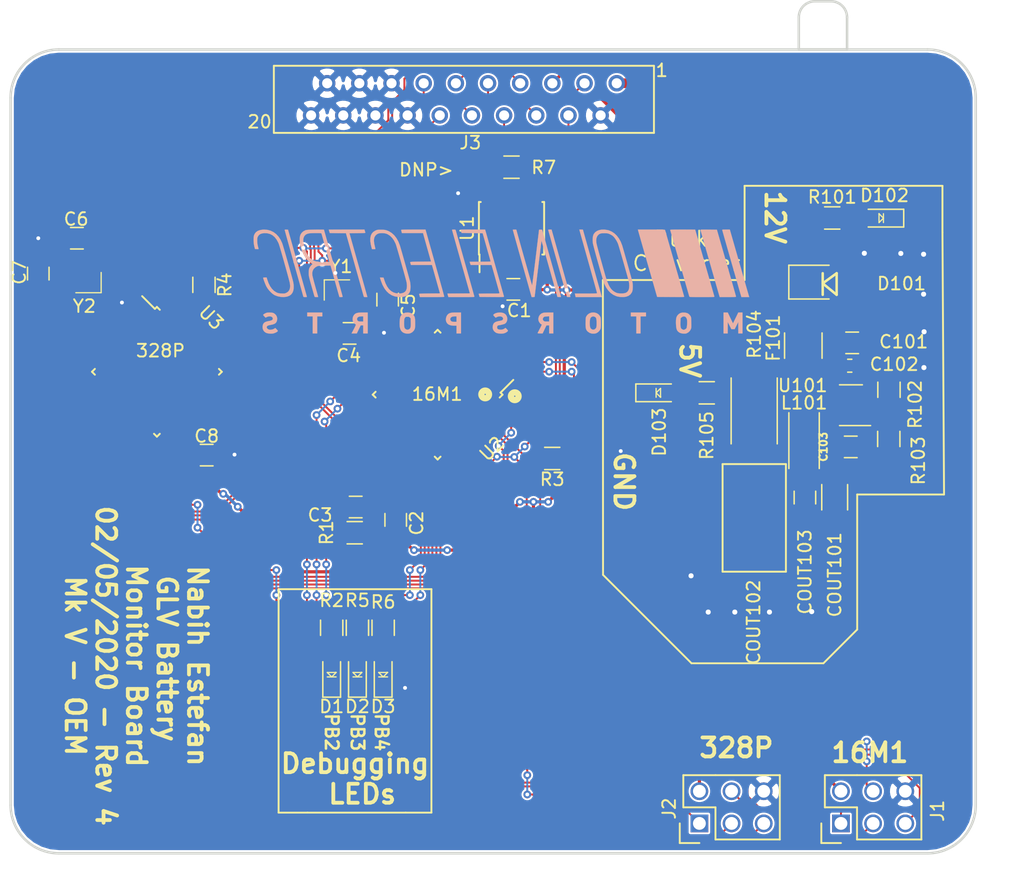
<source format=kicad_pcb>
(kicad_pcb (version 20171130) (host pcbnew 5.1.5-52549c5~84~ubuntu18.04.1)
  (layers (0 F.Cu signal) (31 B.Cu signal) (34 B.Paste user) (35 F.Paste user) (36 B.SilkS user hide) (37 F.SilkS user) (38 B.Mask user) (39 F.Mask user) (44 Edge.Cuts user))
  (net 0 "")
  (net 1 GND)
  (net 2 VCC)
  (net 3 "Net-(C3-Pad1)")
  (net 4 /XTAL1)
  (net 5 /XTAL2)
  (net 6 /XTAL1_2)
  (net 7 /XTAL2_2)
  (net 8 "Net-(C101-Pad1)")
  (net 9 "Net-(C103-Pad2)")
  (net 10 "Net-(C103-Pad1)")
  (net 11 "Net-(COUT101-Pad1)")
  (net 12 "Net-(D1-Pad2)")
  (net 13 "Net-(D2-Pad2)")
  (net 14 "Net-(D3-Pad2)")
  (net 15 "Net-(D102-Pad2)")
  (net 16 "Net-(D103-Pad2)")
  (net 17 /RESET)
  (net 18 /MOSI)
  (net 19 /SCK)
  (net 20 /MISO)
  (net 21 /RESET_2)
  (net 22 /CAN_HI)
  (net 23 +12V)
  (net 24 /CAN_LO)
  (net 25 /LED_1)
  (net 26 /LED_2)
  (net 27 /LED_3)
  (net 28 "Net-(R102-Pad1)")
  (net 29 /CAN_TX)
  (net 30 /CAN_RX)
  (net 31 "Net-(U1-Pad5)")
  (net 32 "Net-(U2-Pad3)")
  (net 33 "Net-(U2-Pad13)")
  (net 34 "Net-(U2-Pad14)")
  (net 35 "Net-(U2-Pad15)")
  (net 36 "Net-(U2-Pad21)")
  (net 37 "Net-(U2-Pad22)")
  (net 38 "Net-(U2-Pad25)")
  (net 39 "Net-(U2-Pad26)")
  (net 40 /INFO1)
  (net 41 /INFO2)
  (net 42 "Net-(U3-Pad1)")
  (net 43 "Net-(U3-Pad2)")
  (net 44 "Net-(U3-Pad5)")
  (net 45 "Net-(U3-Pad6)")
  (net 46 "Net-(U3-Pad11)")
  (net 47 "Net-(U3-Pad12)")
  (net 48 "Net-(U3-Pad13)")
  (net 49 "Net-(U3-Pad19)")
  (net 50 "Net-(U3-Pad20)")
  (net 51 "Net-(U3-Pad21)")
  (net 52 "Net-(U3-Pad22)")
  (net 53 "Net-(U3-Pad23)")
  (net 54 "Net-(U3-Pad24)")
  (net 55 "Net-(U3-Pad25)")
  (net 56 "Net-(U3-Pad26)")
  (net 57 "Net-(U3-Pad30)")
  (net 58 "Net-(U3-Pad31)")
  (net 59 "Net-(U3-Pad32)")
  (net 60 /CS_GLV)
  (net 61 /ALERT_GLV)
  (net 62 /ALERT_COOLING)
  (net 63 /CS_2)
  (net 64 /MISO_2)
  (net 65 /SCK_2)
  (net 66 /MOSI_2)
  (net 67 /SCL)
  (net 68 /SDA)
  (module footprints:Crystal_SMD_FA238 (layer F.Cu) (at 119.169 91.605 180)
    (fp_text reference Y2 (at -0.67564 -2.66192) (layer F.SilkS))
    (fp_text value Crystal_SMD hide)
    (pad 1 smd rect (at -1.1 0.8 180) (size 1.4 1.2) (layers F.Cu F.Mask) (net 6 /XTAL1_2))
    (pad 2 smd rect (at 1.1 0.8 180) (size 1.4 1.2) (layers F.Cu F.Mask) (net 1 GND))
    (pad 3 smd rect (at 1.1 -0.8 180) (size 1.4 1.2) (layers F.Cu F.Mask) (net 7 /XTAL2_2))
    (pad 4 smd rect (at -1.1 -0.8 180) (size 1.4 1.2) (layers F.Cu F.Mask) (net 1 GND))
  )
  (module footprints:Pin_Header_Straight_2x03 (layer F.Cu) (at 179.578 135.128 90)
    (fp_text reference J1 (at 0.9906 7.62 90) (layer F.SilkS))
    (fp_text value CONN_02X03 hide)
    (pad 6 thru_hole circle (at 2.54 5.08 90) (size 1.4 1.4) (drill 1.016) (layers *.Cu *.Mask) (net 1 GND))
    (pad 5 thru_hole circle (at 0 5.08 90) (size 1.4 1.4) (drill 1.016) (layers *.Cu *.Mask) (net 17 /RESET))
    (pad 4 thru_hole circle (at 2.54 2.54 90) (size 1.4 1.4) (drill 1.016) (layers *.Cu *.Mask) (net 18 /MOSI))
    (pad 3 thru_hole circle (at 0 2.54 90) (size 1.4 1.4) (drill 1.016) (layers *.Cu *.Mask) (net 19 /SCK))
    (pad 2 thru_hole circle (at 2.54 0 90) (size 1.4 1.4) (drill 1.016) (layers *.Cu *.Mask) (net 2 VCC))
    (pad 1 thru_hole rect (at 0 0 90) (size 1.4 1.4) (drill 1.016) (layers *.Cu *.Mask) (net 20 /MISO))
  )
  (module footprints:R_0805_OEM (layer F.Cu) (at 156.784 106.299 180)
    (fp_text reference R3 (at 0 -1.65) (layer F.SilkS))
    (fp_text value R_10K hide)
    (pad 1 smd rect (at -0.95 0 180) (size 0.7 1.3) (layers F.Cu F.Paste F.Mask) (net 2 VCC))
    (pad 2 smd rect (at 0.95 0 180) (size 0.7 1.3) (layers F.Cu F.Paste F.Mask) (net 17 /RESET))
  )
  (module footprints:TQFP-32_7x7mm_Pitch0.8mm (layer F.Cu) (at 147.73561 101.256917 225)
    (fp_text reference U2 (at 0 -6.05 45) (layer F.SilkS))
    (fp_text value ATMEGA16M1 hide)
    (pad 1 smd rect (at -4.25 -2.8 225) (size 1.6 0.55) (layers F.Cu F.Paste F.Mask) (net 20 /MISO))
    (pad 2 smd rect (at -4.25 -2 225) (size 1.6 0.55) (layers F.Cu F.Paste F.Mask) (net 18 /MOSI))
    (pad 3 smd rect (at -4.25 -1.2 225) (size 1.6 0.55) (layers F.Cu F.Paste F.Mask) (net 32 "Net-(U2-Pad3)"))
    (pad 4 smd rect (at -4.25 -0.4 225) (size 1.6 0.55) (layers F.Cu F.Paste F.Mask) (net 2 VCC))
    (pad 5 smd rect (at -4.25 0.4 225) (size 1.6 0.55) (layers F.Cu F.Paste F.Mask) (net 1 GND))
    (pad 6 smd rect (at -4.25 1.2 225) (size 1.6 0.55) (layers F.Cu F.Paste F.Mask) (net 29 /CAN_TX))
    (pad 7 smd rect (at -4.25 2 225) (size 1.6 0.55) (layers F.Cu F.Paste F.Mask) (net 30 /CAN_RX))
    (pad 8 smd rect (at -4.25 2.8 225) (size 1.6 0.55) (layers F.Cu F.Paste F.Mask) (net 64 /MISO_2))
    (pad 9 smd rect (at -2.8 4.25 315) (size 1.6 0.55) (layers F.Cu F.Paste F.Mask) (net 66 /MOSI_2))
    (pad 10 smd rect (at -2 4.25 315) (size 1.6 0.55) (layers F.Cu F.Paste F.Mask) (net 5 /XTAL2))
    (pad 11 smd rect (at -1.2 4.25 315) (size 1.6 0.55) (layers F.Cu F.Paste F.Mask) (net 4 /XTAL1))
    (pad 12 smd rect (at -0.4 4.25 315) (size 1.6 0.55) (layers F.Cu F.Paste F.Mask) (net 19 /SCK))
    (pad 13 smd rect (at 0.4 4.25 315) (size 1.6 0.55) (layers F.Cu F.Paste F.Mask) (net 33 "Net-(U2-Pad13)"))
    (pad 14 smd rect (at 1.2 4.25 315) (size 1.6 0.55) (layers F.Cu F.Paste F.Mask) (net 34 "Net-(U2-Pad14)"))
    (pad 15 smd rect (at 2 4.25 315) (size 1.6 0.55) (layers F.Cu F.Paste F.Mask) (net 35 "Net-(U2-Pad15)"))
    (pad 16 smd rect (at 2.8 4.25 315) (size 1.6 0.55) (layers F.Cu F.Paste F.Mask) (net 25 /LED_1))
    (pad 17 smd rect (at 4.25 2.8 225) (size 1.6 0.55) (layers F.Cu F.Paste F.Mask) (net 61 /ALERT_GLV))
    (pad 18 smd rect (at 4.25 2 225) (size 1.6 0.55) (layers F.Cu F.Paste F.Mask) (net 62 /ALERT_COOLING))
    (pad 19 smd rect (at 4.25 1.2 225) (size 1.6 0.55) (layers F.Cu F.Paste F.Mask) (net 3 "Net-(C3-Pad1)"))
    (pad 20 smd rect (at 4.25 0.4 225) (size 1.6 0.55) (layers F.Cu F.Paste F.Mask) (net 1 GND))
    (pad 21 smd rect (at 4.25 -0.4 225) (size 1.6 0.55) (layers F.Cu F.Paste F.Mask) (net 36 "Net-(U2-Pad21)"))
    (pad 22 smd rect (at 4.25 -1.2 225) (size 1.6 0.55) (layers F.Cu F.Paste F.Mask) (net 37 "Net-(U2-Pad22)"))
    (pad 23 smd rect (at 4.25 -2 225) (size 1.6 0.55) (layers F.Cu F.Paste F.Mask) (net 26 /LED_2))
    (pad 24 smd rect (at 4.25 -2.8 225) (size 1.6 0.55) (layers F.Cu F.Paste F.Mask) (net 27 /LED_3))
    (pad 25 smd rect (at 2.8 -4.25 315) (size 1.6 0.55) (layers F.Cu F.Paste F.Mask) (net 38 "Net-(U2-Pad25)"))
    (pad 26 smd rect (at 2 -4.25 315) (size 1.6 0.55) (layers F.Cu F.Paste F.Mask) (net 39 "Net-(U2-Pad26)"))
    (pad 27 smd rect (at 1.2 -4.25 315) (size 1.6 0.55) (layers F.Cu F.Paste F.Mask) (net 63 /CS_2))
    (pad 28 smd rect (at 0.4 -4.25 315) (size 1.6 0.55) (layers F.Cu F.Paste F.Mask) (net 65 /SCK_2))
    (pad 29 smd rect (at -0.4 -4.25 315) (size 1.6 0.55) (layers F.Cu F.Paste F.Mask) (net 40 /INFO1))
    (pad 30 smd rect (at -1.2 -4.25 315) (size 1.6 0.55) (layers F.Cu F.Paste F.Mask) (net 60 /CS_GLV))
    (pad 31 smd rect (at -2 -4.25 315) (size 1.6 0.55) (layers F.Cu F.Paste F.Mask) (net 17 /RESET))
    (pad 32 smd rect (at -2.8 -4.25 315) (size 1.6 0.55) (layers F.Cu F.Paste F.Mask) (net 41 /INFO2))
  )
  (module footprints:Pin_Header_Straight_2x03 (layer F.Cu) (at 168.402 135.128 90)
    (fp_text reference J2 (at 1.1684 -2.3876 90) (layer F.SilkS))
    (fp_text value CONN_02X03 hide)
    (pad 1 thru_hole rect (at 0 0 90) (size 1.4 1.4) (drill 1.016) (layers *.Cu *.Mask) (net 64 /MISO_2))
    (pad 2 thru_hole circle (at 2.54 0 90) (size 1.4 1.4) (drill 1.016) (layers *.Cu *.Mask) (net 2 VCC))
    (pad 3 thru_hole circle (at 0 2.54 90) (size 1.4 1.4) (drill 1.016) (layers *.Cu *.Mask) (net 65 /SCK_2))
    (pad 4 thru_hole circle (at 2.54 2.54 90) (size 1.4 1.4) (drill 1.016) (layers *.Cu *.Mask) (net 66 /MOSI_2))
    (pad 5 thru_hole circle (at 0 5.08 90) (size 1.4 1.4) (drill 1.016) (layers *.Cu *.Mask) (net 21 /RESET_2))
    (pad 6 thru_hole circle (at 2.54 5.08 90) (size 1.4 1.4) (drill 1.016) (layers *.Cu *.Mask) (net 1 GND))
  )
  (module footprints:micromatch_female_ra_20 (layer F.Cu) (at 156.7942 76.6572 270)
    (fp_text reference J3 (at 4.699 6.477 180) (layer F.SilkS))
    (fp_text value MM_F_RA_20 hide)
    (fp_text user 20 (at 3.048 23.114 180) (layer F.SilkS))
    (fp_text user 1 (at -1.016 -8.636 180) (layer F.SilkS))
    (pad 5 thru_hole circle (at 0 0 270) (size 1.3 1.3) (drill 0.8) (layers *.Cu *.Mask) (net 2 VCC))
    (pad 3 thru_hole circle (at 0 -2.54 270) (size 1.3 1.3) (drill 0.8) (layers *.Cu *.Mask) (net 22 /CAN_HI))
    (pad 1 thru_hole circle (at 0 -5.08 270) (size 1.3 1.3) (drill 0.8) (layers *.Cu *.Mask) (net 23 +12V))
    (pad 7 thru_hole circle (at 0 2.54 270) (size 1.3 1.3) (drill 0.8) (layers *.Cu *.Mask) (net 67 /SCL))
    (pad 2 thru_hole circle (at 2.54 -3.81 270) (size 1.3 1.3) (drill 0.8) (layers *.Cu *.Mask) (net 1 GND))
    (pad 4 thru_hole circle (at 2.54 -1.27 270) (size 1.3 1.3) (drill 0.8) (layers *.Cu *.Mask) (net 24 /CAN_LO))
    (pad 6 thru_hole circle (at 2.54 1.27 270) (size 1.3 1.3) (drill 0.8) (layers *.Cu *.Mask) (net 68 /SDA))
    (pad 8 thru_hole circle (at 2.54 3.81 270) (size 1.3 1.3) (drill 0.8) (layers *.Cu *.Mask) (net 64 /MISO_2))
    (pad 9 thru_hole circle (at 0 5.08 270) (size 1.3 1.3) (drill 0.8) (layers *.Cu *.Mask) (net 66 /MOSI_2))
    (pad 10 thru_hole circle (at 2.54 6.35 270) (size 1.3 1.3) (drill 0.8) (layers *.Cu *.Mask) (net 65 /SCK_2))
    (pad 11 thru_hole circle (at 0 7.62 270) (size 1.3 1.3) (drill 0.8) (layers *.Cu *.Mask) (net 60 /CS_GLV))
    (pad 12 thru_hole circle (at 2.54 8.89 270) (size 1.3 1.3) (drill 0.8) (layers *.Cu *.Mask) (net 61 /ALERT_GLV))
    (pad 13 thru_hole circle (at 0 10.16 270) (size 1.3 1.3) (drill 0.8) (layers *.Cu *.Mask) (net 62 /ALERT_COOLING))
    (pad 14 thru_hole circle (at 2.54 11.43 270) (size 1.3 1.3) (drill 0.8) (layers *.Cu *.Mask) (net 1 GND))
    (pad 15 thru_hole circle (at 0 12.7 270) (size 1.3 1.3) (drill 0.8) (layers *.Cu *.Mask) (net 1 GND))
    (pad 16 thru_hole circle (at 2.54 13.97 270) (size 1.3 1.3) (drill 0.8) (layers *.Cu *.Mask) (net 1 GND))
    (pad 17 thru_hole circle (at 0 15.24 270) (size 1.3 1.3) (drill 0.8) (layers *.Cu *.Mask) (net 1 GND))
    (pad 18 thru_hole circle (at 2.54 16.51 270) (size 1.3 1.3) (drill 0.8) (layers *.Cu *.Mask) (net 1 GND))
    (pad 19 thru_hole circle (at 0 17.78 270) (size 1.3 1.3) (drill 0.8) (layers *.Cu *.Mask) (net 1 GND))
    (pad 20 thru_hole circle (at 2.54 19.05 270) (size 1.3 1.3) (drill 0.8) (layers *.Cu *.Mask) (net 1 GND))
  )
  (module footprints:C_0805_OEM (layer F.Cu) (at 180.4637 97.16516)
    (fp_text reference C101 (at 4.064 -0.08636) (layer F.SilkS))
    (fp_text value C_0.1uF hide)
    (pad 1 smd rect (at -1 0) (size 1 1.25) (layers F.Cu F.Paste F.Mask) (net 8 "Net-(C101-Pad1)"))
    (pad 2 smd rect (at 1 0) (size 1 1.25) (layers F.Cu F.Paste F.Mask) (net 1 GND))
  )
  (module footprints:L_100uH_OEM (layer F.Cu) (at 176.66716 104.8895 270)
    (fp_text reference L101 (at -2.9847 -0.00254) (layer F.SilkS))
    (fp_text value L_100uH hide)
    (pad 1 smd rect (at -1.6 0 270) (size 1.2 2) (layers F.Cu F.Paste F.Mask) (net 9 "Net-(C103-Pad2)"))
    (pad 2 smd rect (at 1.6 0 270) (size 1.2 2) (layers F.Cu F.Paste F.Mask) (net 11 "Net-(COUT101-Pad1)"))
  )
  (module footprints:R_0805_OEM (layer F.Cu) (at 168.9837 101.1128 180)
    (fp_text reference R105 (at 0 -3.375 90) (layer F.SilkS))
    (fp_text value R_200 hide)
    (pad 2 smd rect (at 0.95 0 180) (size 0.7 1.3) (layers F.Cu F.Paste F.Mask) (net 16 "Net-(D103-Pad2)"))
    (pad 1 smd rect (at -0.95 0 180) (size 0.7 1.3) (layers F.Cu F.Paste F.Mask) (net 2 VCC))
  )
  (module footprints:DO-214AA (layer F.Cu) (at 178.6382 92.3671)
    (fp_text reference D101 (at 5.7205 0.1207 180) (layer F.SilkS))
    (fp_text value D_Zener_18V hide)
    (pad 1 smd rect (at -2.032 0 180) (size 1.778 2.159) (layers F.Cu F.Paste F.Mask) (net 23 +12V))
    (pad 2 smd rect (at 2.032 0 180) (size 1.778 2.159) (layers F.Cu F.Paste F.Mask) (net 1 GND))
  )
  (module footprints:C_0805_OEM (layer F.Cu) (at 180.3527 105.3846 180)
    (fp_text reference C103 (at 2.159 0.0032 90) (layer F.SilkS) (effects (font (size 0.6 0.6))))
    (fp_text value C_0.1uF hide)
    (pad 1 smd rect (at -1 0 180) (size 1 1.25) (layers F.Cu F.Paste F.Mask) (net 10 "Net-(C103-Pad1)"))
    (pad 2 smd rect (at 1 0 180) (size 1 1.25) (layers F.Cu F.Paste F.Mask) (net 9 "Net-(C103-Pad2)"))
  )
  (module footprints:R_0805_OEM (layer F.Cu) (at 183.37022 100.87102 90)
    (fp_text reference R102 (at -1.16078 2.06248 90) (layer F.SilkS))
    (fp_text value R_25K hide)
    (pad 1 smd rect (at -0.95 0 90) (size 0.7 1.3) (layers F.Cu F.Paste F.Mask) (net 28 "Net-(R102-Pad1)"))
    (pad 2 smd rect (at 0.95 0 90) (size 0.7 1.3) (layers F.Cu F.Paste F.Mask) (net 1 GND))
  )
  (module footprints:LED_0805_OEM (layer F.Cu) (at 165.1837 101.1128)
    (fp_text reference D103 (at 0.05 3.1 270) (layer F.SilkS))
    (fp_text value LED_0805 hide)
    (pad 1 smd rect (at -1.1 0 180) (size 1.2 1.2) (layers F.Cu F.Paste F.Mask) (net 1 GND))
    (pad 2 smd rect (at 1.1 0 180) (size 1.2 1.2) (layers F.Cu F.Paste F.Mask) (net 16 "Net-(D103-Pad2)"))
  )
  (module footprints:SOT-23-6_OEM (layer F.Cu) (at 180.3679 102.0904 180)
    (fp_text reference U101 (at 3.8092 1.5526 180) (layer F.SilkS))
    (fp_text value TPS560430YF hide)
    (pad 5 smd rect (at 1.1 0 180) (size 1.06 0.65) (layers F.Cu F.Paste F.Mask) (net 8 "Net-(C101-Pad1)"))
    (pad 6 smd rect (at 1.1 -0.95 180) (size 1.06 0.65) (layers F.Cu F.Paste F.Mask) (net 9 "Net-(C103-Pad2)"))
    (pad 4 smd rect (at 1.1 0.95 180) (size 1.06 0.65) (layers F.Cu F.Paste F.Mask) (net 8 "Net-(C101-Pad1)"))
    (pad 3 smd rect (at -1.1 0.95 180) (size 1.06 0.65) (layers F.Cu F.Paste F.Mask) (net 28 "Net-(R102-Pad1)"))
    (pad 2 smd rect (at -1.1 0 180) (size 1.06 0.65) (layers F.Cu F.Paste F.Mask) (net 1 GND))
    (pad 1 smd rect (at -1.1 -0.95 180) (size 1.06 0.65) (layers F.Cu F.Paste F.Mask) (net 10 "Net-(C103-Pad1)"))
  )
  (module footprints:C_1206_OEM (layer F.Cu) (at 179.0827 109.3611 270)
    (fp_text reference COUT101 (at 6.1267 -0.001 90) (layer F.SilkS))
    (fp_text value C_22uF hide)
    (pad 2 smd rect (at 1.5 0 270) (size 1 1.6) (layers F.Cu F.Paste F.Mask) (net 1 GND))
    (pad 1 smd rect (at -1.5 0 270) (size 1 1.6) (layers F.Cu F.Paste F.Mask) (net 11 "Net-(COUT101-Pad1)"))
  )
  (module footprints:Fuse_1812 (layer F.Cu) (at 172.7327 108.2421 270)
    (fp_text reference COUT102 (at 10.9957 0.049 90) (layer F.SilkS))
    (fp_text value C_33uF hide)
    (pad 2 smd rect (at 5.28 0 270) (size 1.78 3.5) (layers F.Cu F.Paste F.Mask) (net 1 GND))
    (pad 1 smd rect (at 0 0 270) (size 1.78 3.5) (layers F.Cu F.Paste F.Mask) (net 11 "Net-(COUT101-Pad1)"))
  )
  (module footprints:Fuse_1210 (layer F.Cu) (at 176.6062 97.3836 90)
    (fp_text reference F101 (at 0.5958 -2.3725 270) (layer F.SilkS))
    (fp_text value F_500mA_16V hide)
    (pad 1 smd rect (at -1.45 0 90) (size 0.9 2.5) (layers F.Cu F.Paste F.Mask) (net 8 "Net-(C101-Pad1)"))
    (pad 2 smd rect (at 1.45 0 90) (size 0.9 2.5) (layers F.Cu F.Paste F.Mask) (net 23 +12V))
  )
  (module footprints:R_0805_OEM (layer F.Cu) (at 183.35498 104.75722 90)
    (fp_text reference R103 (at -1.71958 2.33172 90) (layer F.SilkS))
    (fp_text value R_100K hide)
    (pad 2 smd rect (at 0.95 0 90) (size 0.7 1.3) (layers F.Cu F.Paste F.Mask) (net 28 "Net-(R102-Pad1)"))
    (pad 1 smd rect (at -0.95 0 90) (size 0.7 1.3) (layers F.Cu F.Paste F.Mask) (net 11 "Net-(COUT101-Pad1)"))
  )
  (module footprints:LED_0805_OEM (layer F.Cu) (at 182.7337 87.3128 180)
    (fp_text reference D102 (at -0.286 1.791) (layer F.SilkS))
    (fp_text value LED_0805 hide)
    (pad 1 smd rect (at -1.1 0) (size 1.2 1.2) (layers F.Cu F.Paste F.Mask) (net 1 GND))
    (pad 2 smd rect (at 1.1 0) (size 1.2 1.2) (layers F.Cu F.Paste F.Mask) (net 15 "Net-(D102-Pad2)"))
  )
  (module footprints:C_0805_OEM (layer F.Cu) (at 176.7332 109.3851 270)
    (fp_text reference COUT103 (at 5.8777 -0.0005 90) (layer F.SilkS))
    (fp_text value C_47uF hide)
    (pad 2 smd rect (at 1 0 270) (size 1 1.25) (layers F.Cu F.Paste F.Mask) (net 1 GND))
    (pad 1 smd rect (at -1 0 270) (size 1 1.25) (layers F.Cu F.Paste F.Mask) (net 11 "Net-(COUT101-Pad1)"))
  )
  (module footprints:C_0603_1608Metric (layer F.Cu) (at 180.2732 98.9711)
    (fp_text reference C102 (at 3.5085 -0.1143) (layer F.SilkS))
    (fp_text value C_2.2uF)
    (pad 2 smd roundrect (at 0.7875 0) (size 0.875 0.95) (layers F.Cu F.Paste F.Mask) (net 1 GND))
    (pad 1 smd roundrect (at -0.7875 0) (size 0.875 0.95) (layers F.Cu F.Paste F.Mask) (net 8 "Net-(C101-Pad1)"))
  )
  (module footprints:R_2512_OEM (layer F.Cu) (at 172.72762 102.541 90)
    (fp_text reference R104 (at 6.0532 0.00608 270) (layer F.SilkS))
    (fp_text value R_0_2512 hide)
    (pad 2 smd rect (at 3.1 0 90) (size 1 3.2) (layers F.Cu F.Paste F.Mask) (net 2 VCC))
    (pad 1 smd rect (at -3.1 0 90) (size 1 3.2) (layers F.Cu F.Paste F.Mask) (net 11 "Net-(COUT101-Pad1)"))
  )
  (module footprints:Logo_Large (layer B.Cu) (at 152.781 92.329 180)
    (fp_text reference G*** hide)
    (fp_text value LOGO hide)
  )
  (module footprints:R_0805_OEM (layer F.Cu) (at 178.8897 87.2998)
    (fp_text reference R101 (at 0 -1.65) (layer F.SilkS))
    (fp_text value R_1K hide)
    (pad 1 smd rect (at -0.95 0) (size 0.7 1.3) (layers F.Cu F.Paste F.Mask) (net 8 "Net-(C101-Pad1)"))
    (pad 2 smd rect (at 0.95 0) (size 0.7 1.3) (layers F.Cu F.Paste F.Mask) (net 15 "Net-(D102-Pad2)"))
  )
  (module footprints:C_0805_OEM (layer F.Cu) (at 153.7114 92.9386 180)
    (fp_text reference C1 (at -0.4666 -1.6764) (layer F.SilkS))
    (fp_text value C_0.1uF hide)
    (pad 1 smd rect (at -1 0 180) (size 1 1.25) (layers F.Cu F.Paste F.Mask) (net 2 VCC))
    (pad 2 smd rect (at 1 0 180) (size 1 1.25) (layers F.Cu F.Paste F.Mask) (net 1 GND))
  )
  (module footprints:C_0805_OEM (layer F.Cu) (at 144.4244 111.1504 90)
    (fp_text reference C2 (at -0.254 1.651 90) (layer F.SilkS))
    (fp_text value C_0.1uF hide)
    (pad 1 smd rect (at -1 0 90) (size 1 1.25) (layers F.Cu F.Paste F.Mask) (net 2 VCC))
    (pad 2 smd rect (at 1 0 90) (size 1 1.25) (layers F.Cu F.Paste F.Mask) (net 1 GND))
  )
  (module footprints:C_0805_OEM (layer F.Cu) (at 141.2654 110.1344)
    (fp_text reference C3 (at -2.81 0.635) (layer F.SilkS))
    (fp_text value C_100pF hide)
    (pad 2 smd rect (at 1 0) (size 1 1.25) (layers F.Cu F.Paste F.Mask) (net 1 GND))
    (pad 1 smd rect (at -1 0) (size 1 1.25) (layers F.Cu F.Paste F.Mask) (net 3 "Net-(C3-Pad1)"))
  )
  (module footprints:C_0805_OEM (layer F.Cu) (at 140.7844 96.4184)
    (fp_text reference C4 (at -0.0684 1.7526 180) (layer F.SilkS))
    (fp_text value C_30pF hide)
    (pad 1 smd rect (at -1 0) (size 1 1.25) (layers F.Cu F.Paste F.Mask) (net 4 /XTAL1))
    (pad 2 smd rect (at 1 0) (size 1 1.25) (layers F.Cu F.Paste F.Mask) (net 1 GND))
  )
  (module footprints:C_0805_OEM (layer F.Cu) (at 143.7894 93.7514 270)
    (fp_text reference C5 (at 0.4826 -1.6256 90) (layer F.SilkS))
    (fp_text value C_30pF hide)
    (pad 2 smd rect (at 1 0 270) (size 1 1.25) (layers F.Cu F.Paste F.Mask) (net 1 GND))
    (pad 1 smd rect (at -1 0 270) (size 1 1.25) (layers F.Cu F.Paste F.Mask) (net 5 /XTAL2))
  )
  (module footprints:C_0805_OEM (layer F.Cu) (at 119.253 88.9 180)
    (fp_text reference C6 (at 0.0586 1.5113 180) (layer F.SilkS))
    (fp_text value C_30pF hide)
    (pad 2 smd rect (at 1 0 180) (size 1 1.25) (layers F.Cu F.Paste F.Mask) (net 1 GND))
    (pad 1 smd rect (at -1 0 180) (size 1 1.25) (layers F.Cu F.Paste F.Mask) (net 6 /XTAL1_2))
  )
  (module footprints:C_0805_OEM (layer F.Cu) (at 116.205 91.694 90)
    (fp_text reference C7 (at 0.0983 -1.4986 90) (layer F.SilkS))
    (fp_text value C_30pF hide)
    (pad 1 smd rect (at -1 0 90) (size 1 1.25) (layers F.Cu F.Paste F.Mask) (net 7 /XTAL2_2))
    (pad 2 smd rect (at 1 0 90) (size 1 1.25) (layers F.Cu F.Paste F.Mask) (net 1 GND))
  )
  (module footprints:C_0805_OEM (layer F.Cu) (at 129.5019 106.0323)
    (fp_text reference C8 (at 0 -1.5) (layer F.SilkS))
    (fp_text value C_0.1uF hide)
    (pad 2 smd rect (at 1 0) (size 1 1.25) (layers F.Cu F.Paste F.Mask) (net 1 GND))
    (pad 1 smd rect (at -1 0) (size 1 1.25) (layers F.Cu F.Paste F.Mask) (net 2 VCC))
  )
  (module footprints:LED_0805_OEM (layer F.Cu) (at 139.3698 123.3551 90)
    (fp_text reference D1 (at -2.54 0 180) (layer F.SilkS))
    (fp_text value LED_0805 hide)
    (pad 1 smd rect (at -1.1 0 270) (size 1.2 1.2) (layers F.Cu F.Paste F.Mask) (net 1 GND))
    (pad 2 smd rect (at 1.1 0 270) (size 1.2 1.2) (layers F.Cu F.Paste F.Mask) (net 12 "Net-(D1-Pad2)"))
  )
  (module footprints:LED_0805_OEM (layer F.Cu) (at 141.4018 123.3551 90)
    (fp_text reference D2 (at -2.54 0 180) (layer F.SilkS))
    (fp_text value LED_0805 hide)
    (pad 2 smd rect (at 1.1 0 270) (size 1.2 1.2) (layers F.Cu F.Paste F.Mask) (net 13 "Net-(D2-Pad2)"))
    (pad 1 smd rect (at -1.1 0 270) (size 1.2 1.2) (layers F.Cu F.Paste F.Mask) (net 1 GND))
  )
  (module footprints:LED_0805_OEM (layer F.Cu) (at 143.4338 123.3551 90)
    (fp_text reference D3 (at -2.54 0 180) (layer F.SilkS))
    (fp_text value LED_0805 hide)
    (pad 2 smd rect (at 1.1 0 270) (size 1.2 1.2) (layers F.Cu F.Paste F.Mask) (net 14 "Net-(D3-Pad2)"))
    (pad 1 smd rect (at -1.1 0 270) (size 1.2 1.2) (layers F.Cu F.Paste F.Mask) (net 1 GND))
  )
  (module footprints:R_0805_OEM (layer F.Cu) (at 141.1884 112.1664 180)
    (fp_text reference R1 (at 2.225 0 90) (layer F.SilkS))
    (fp_text value R_100 hide)
    (pad 1 smd rect (at -0.95 0 180) (size 0.7 1.3) (layers F.Cu F.Paste F.Mask) (net 2 VCC))
    (pad 2 smd rect (at 0.95 0 180) (size 0.7 1.3) (layers F.Cu F.Paste F.Mask) (net 3 "Net-(C3-Pad1)"))
  )
  (module footprints:R_0805_OEM (layer F.Cu) (at 139.3698 119.6721 90)
    (fp_text reference R2 (at 2.159 0 180) (layer F.SilkS))
    (fp_text value R_200 hide)
    (pad 2 smd rect (at 0.95 0 90) (size 0.7 1.3) (layers F.Cu F.Paste F.Mask) (net 25 /LED_1))
    (pad 1 smd rect (at -0.95 0 90) (size 0.7 1.3) (layers F.Cu F.Paste F.Mask) (net 12 "Net-(D1-Pad2)"))
  )
  (module footprints:R_0805_OEM (layer F.Cu) (at 129.286 92.583 270)
    (fp_text reference R4 (at 0 -1.65 90) (layer F.SilkS))
    (fp_text value R_10K hide)
    (pad 2 smd rect (at 0.95 0 270) (size 0.7 1.3) (layers F.Cu F.Paste F.Mask) (net 21 /RESET_2))
    (pad 1 smd rect (at -0.95 0 270) (size 0.7 1.3) (layers F.Cu F.Paste F.Mask) (net 2 VCC))
  )
  (module footprints:R_0805_OEM (layer F.Cu) (at 141.4018 119.6721 90)
    (fp_text reference R5 (at 2.159 0 180) (layer F.SilkS))
    (fp_text value R_200 hide)
    (pad 1 smd rect (at -0.95 0 90) (size 0.7 1.3) (layers F.Cu F.Paste F.Mask) (net 13 "Net-(D2-Pad2)"))
    (pad 2 smd rect (at 0.95 0 90) (size 0.7 1.3) (layers F.Cu F.Paste F.Mask) (net 26 /LED_2))
  )
  (module footprints:R_0805_OEM (layer F.Cu) (at 143.4338 119.6721 90)
    (fp_text reference R6 (at 2.032 0 180) (layer F.SilkS))
    (fp_text value R_200 hide)
    (pad 2 smd rect (at 0.95 0 90) (size 0.7 1.3) (layers F.Cu F.Paste F.Mask) (net 27 /LED_3))
    (pad 1 smd rect (at -0.95 0 90) (size 0.7 1.3) (layers F.Cu F.Paste F.Mask) (net 14 "Net-(D3-Pad2)"))
  )
  (module footprints:R_0805_OEM (layer F.Cu) (at 153.5684 83.2866)
    (fp_text reference R7 (at 2.54 0.0254) (layer F.SilkS))
    (fp_text value R_120_DNP hide)
    (pad 1 smd rect (at -0.95 0) (size 0.7 1.3) (layers F.Cu F.Paste F.Mask) (net 22 /CAN_HI))
    (pad 2 smd rect (at 0.95 0) (size 0.7 1.3) (layers F.Cu F.Paste F.Mask) (net 24 /CAN_LO))
  )
  (module footprints:SOIC-8_3.9x4.9mm_Pitch1.27mm_OEM (layer F.Cu) (at 153.5684 88.1126 90)
    (fp_text reference U1 (at 0 -3.5 90) (layer F.SilkS))
    (fp_text value MCP2561-E_SN hide)
    (pad 1 smd rect (at -2.7 -1.905 90) (size 1.55 0.6) (layers F.Cu F.Paste F.Mask) (net 29 /CAN_TX))
    (pad 2 smd rect (at -2.7 -0.635 90) (size 1.55 0.6) (layers F.Cu F.Paste F.Mask) (net 1 GND))
    (pad 3 smd rect (at -2.7 0.635 90) (size 1.55 0.6) (layers F.Cu F.Paste F.Mask) (net 2 VCC))
    (pad 4 smd rect (at -2.7 1.905 90) (size 1.55 0.6) (layers F.Cu F.Paste F.Mask) (net 30 /CAN_RX))
    (pad 5 smd rect (at 2.7 1.905 90) (size 1.55 0.6) (layers F.Cu F.Paste F.Mask) (net 31 "Net-(U1-Pad5)"))
    (pad 6 smd rect (at 2.7 0.635 90) (size 1.55 0.6) (layers F.Cu F.Paste F.Mask) (net 24 /CAN_LO))
    (pad 7 smd rect (at 2.7 -0.635 90) (size 1.55 0.6) (layers F.Cu F.Paste F.Mask) (net 22 /CAN_HI))
    (pad 8 smd rect (at 2.7 -1.905 90) (size 1.55 0.6) (layers F.Cu F.Paste F.Mask) (net 1 GND))
  )
  (module Package_QFP:TQFP-32_7x7mm_P0.8mm (layer F.Cu) (at 125.570897 99.450305 315)
    (fp_text reference U3 (at 0 -6.05 135) (layer F.SilkS))
    (fp_text value ATmega328P-AU)
    (pad 1 smd rect (at -4.25 -2.8 315) (size 1.6 0.55) (layers F.Cu F.Paste F.Mask) (net 42 "Net-(U3-Pad1)"))
    (pad 2 smd rect (at -4.25 -2 315) (size 1.6 0.55) (layers F.Cu F.Paste F.Mask) (net 43 "Net-(U3-Pad2)"))
    (pad 3 smd rect (at -4.25 -1.2 315) (size 1.6 0.55) (layers F.Cu F.Paste F.Mask) (net 1 GND))
    (pad 4 smd rect (at -4.25 -0.4 315) (size 1.6 0.55) (layers F.Cu F.Paste F.Mask) (net 2 VCC))
    (pad 5 smd rect (at -4.25 0.4 315) (size 1.6 0.55) (layers F.Cu F.Paste F.Mask) (net 44 "Net-(U3-Pad5)"))
    (pad 6 smd rect (at -4.25 1.2 315) (size 1.6 0.55) (layers F.Cu F.Paste F.Mask) (net 45 "Net-(U3-Pad6)"))
    (pad 7 smd rect (at -4.25 2 315) (size 1.6 0.55) (layers F.Cu F.Paste F.Mask) (net 6 /XTAL1_2))
    (pad 8 smd rect (at -4.25 2.8 315) (size 1.6 0.55) (layers F.Cu F.Paste F.Mask) (net 7 /XTAL2_2))
    (pad 9 smd rect (at -2.8 4.25 45) (size 1.6 0.55) (layers F.Cu F.Paste F.Mask) (net 40 /INFO1))
    (pad 10 smd rect (at -2 4.25 45) (size 1.6 0.55) (layers F.Cu F.Paste F.Mask) (net 41 /INFO2))
    (pad 11 smd rect (at -1.2 4.25 45) (size 1.6 0.55) (layers F.Cu F.Paste F.Mask) (net 46 "Net-(U3-Pad11)"))
    (pad 12 smd rect (at -0.4 4.25 45) (size 1.6 0.55) (layers F.Cu F.Paste F.Mask) (net 47 "Net-(U3-Pad12)"))
    (pad 13 smd rect (at 0.4 4.25 45) (size 1.6 0.55) (layers F.Cu F.Paste F.Mask) (net 48 "Net-(U3-Pad13)"))
    (pad 14 smd rect (at 1.2 4.25 45) (size 1.6 0.55) (layers F.Cu F.Paste F.Mask) (net 63 /CS_2))
    (pad 15 smd rect (at 2 4.25 45) (size 1.6 0.55) (layers F.Cu F.Paste F.Mask) (net 66 /MOSI_2))
    (pad 16 smd rect (at 2.8 4.25 45) (size 1.6 0.55) (layers F.Cu F.Paste F.Mask) (net 64 /MISO_2))
    (pad 17 smd rect (at 4.25 2.8 315) (size 1.6 0.55) (layers F.Cu F.Paste F.Mask) (net 65 /SCK_2))
    (pad 18 smd rect (at 4.25 2 315) (size 1.6 0.55) (layers F.Cu F.Paste F.Mask) (net 2 VCC))
    (pad 19 smd rect (at 4.25 1.2 315) (size 1.6 0.55) (layers F.Cu F.Paste F.Mask) (net 49 "Net-(U3-Pad19)"))
    (pad 20 smd rect (at 4.25 0.4 315) (size 1.6 0.55) (layers F.Cu F.Paste F.Mask) (net 50 "Net-(U3-Pad20)"))
    (pad 21 smd rect (at 4.25 -0.4 315) (size 1.6 0.55) (layers F.Cu F.Paste F.Mask) (net 51 "Net-(U3-Pad21)"))
    (pad 22 smd rect (at 4.25 -1.2 315) (size 1.6 0.55) (layers F.Cu F.Paste F.Mask) (net 52 "Net-(U3-Pad22)"))
    (pad 23 smd rect (at 4.25 -2 315) (size 1.6 0.55) (layers F.Cu F.Paste F.Mask) (net 53 "Net-(U3-Pad23)"))
    (pad 24 smd rect (at 4.25 -2.8 315) (size 1.6 0.55) (layers F.Cu F.Paste F.Mask) (net 54 "Net-(U3-Pad24)"))
    (pad 25 smd rect (at 2.8 -4.25 45) (size 1.6 0.55) (layers F.Cu F.Paste F.Mask) (net 55 "Net-(U3-Pad25)"))
    (pad 26 smd rect (at 2 -4.25 45) (size 1.6 0.55) (layers F.Cu F.Paste F.Mask) (net 56 "Net-(U3-Pad26)"))
    (pad 27 smd rect (at 1.2 -4.25 45) (size 1.6 0.55) (layers F.Cu F.Paste F.Mask) (net 68 /SDA))
    (pad 28 smd rect (at 0.4 -4.25 45) (size 1.6 0.55) (layers F.Cu F.Paste F.Mask) (net 67 /SCL))
    (pad 29 smd rect (at -0.4 -4.25 45) (size 1.6 0.55) (layers F.Cu F.Paste F.Mask) (net 21 /RESET_2))
    (pad 30 smd rect (at -1.2 -4.25 45) (size 1.6 0.55) (layers F.Cu F.Paste F.Mask) (net 57 "Net-(U3-Pad30)"))
    (pad 31 smd rect (at -2 -4.25 45) (size 1.6 0.55) (layers F.Cu F.Paste F.Mask) (net 58 "Net-(U3-Pad31)"))
    (pad 32 smd rect (at -2.8 -4.25 45) (size 1.6 0.55) (layers F.Cu F.Paste F.Mask) (net 59 "Net-(U3-Pad32)"))
  )
  (module footprints:Crystal_SMD_FA238 (layer F.Cu) (at 140.7844 93.7894)
    (fp_text reference Y1 (at -0.67564 -2.66192) (layer F.SilkS))
    (fp_text value Crystal_SMD hide)
    (pad 4 smd rect (at -1.1 -0.8) (size 1.4 1.2) (layers F.Cu F.Mask) (net 1 GND))
    (pad 3 smd rect (at 1.1 -0.8) (size 1.4 1.2) (layers F.Cu F.Mask) (net 5 /XTAL2))
    (pad 2 smd rect (at 1.1 0.8) (size 1.4 1.2) (layers F.Cu F.Mask) (net 1 GND))
    (pad 1 smd rect (at -1.1 0.8) (size 1.4 1.2) (layers F.Cu F.Mask) (net 4 /XTAL1))
  )
  (gr_line (start 171.9707 84.7598) (end 171.9707 92.202) (layer F.SilkS) (width 0.15))
  (gr_line (start 167.7797 122.4788) (end 160.7947 115.4938) (layer F.SilkS) (width 0.15))
  (gr_line (start 135.1788 116.6241) (end 137.4648 116.6241) (layer F.SilkS) (width 0.15))
  (gr_line (start 135.1788 134.2771) (end 135.1788 116.6241) (layer F.SilkS) (width 0.15))
  (gr_line (start 137.4648 134.2771) (end 135.1788 134.2771) (layer F.SilkS) (width 0.15))
  (gr_line (start 147.2438 134.2771) (end 145.2118 134.2771) (layer F.SilkS) (width 0.15))
  (gr_line (start 147.2438 116.6241) (end 147.2438 134.2771) (layer F.SilkS) (width 0.15))
  (gr_line (start 145.2118 116.6241) (end 147.2438 116.6241) (layer F.SilkS) (width 0.15))
  (gr_line (start 145.2118 134.2771) (end 137.4648 134.2771) (layer F.SilkS) (width 0.15))
  (gr_line (start 137.4648 116.6241) (end 145.2118 116.6241) (layer F.SilkS) (width 0.15))
  (gr_line (start 160.7947 115.4938) (end 160.782 92.202) (layer F.SilkS) (width 0.15))
  (gr_line (start 178.1937 122.4788) (end 167.7797 122.4788) (layer F.SilkS) (width 0.15))
  (gr_line (start 180.8607 119.8118) (end 178.1937 122.4788) (layer F.SilkS) (width 0.15))
  (gr_line (start 180.8607 109.1438) (end 180.8607 119.8118) (layer F.SilkS) (width 0.15))
  (gr_line (start 187.7187 109.1438) (end 180.8607 109.1438) (layer F.SilkS) (width 0.15))
  (gr_line (start 177.8127 84.7598) (end 187.5917 84.7598) (layer F.SilkS) (width 0.15))
  (gr_line (start 171.9707 84.7598) (end 177.8127 84.7598) (layer F.SilkS) (width 0.15))
  (gr_line (start 160.782 92.202) (end 171.9707 92.202) (layer F.SilkS) (width 0.15))
  (gr_arc (start 186.4106 77.800201) (end 190.2206 77.800201) (angle -90) (layer Edge.Cuts) (width 0.2))
  (gr_arc (start 177.520599 71.4502) (end 177.520599 70.1802) (angle -90) (layer Edge.Cuts) (width 0.2))
  (gr_arc (start 178.7906 71.4502) (end 180.060599 71.4502) (angle -90) (layer Edge.Cuts) (width 0.2))
  (gr_line (start 117.8306 137.4902) (end 186.4106 137.4902) (layer Edge.Cuts) (width 0.2))
  (gr_line (start 114.0206 133.6802) (end 114.0206 77.8002) (layer Edge.Cuts) (width 0.2))
  (gr_line (start 176.2506 73.9902) (end 180.060599 73.9902) (layer Edge.Cuts) (width 0.2))
  (gr_arc (start 117.8306 133.6802) (end 114.0206 133.6802) (angle -90) (layer Edge.Cuts) (width 0.2))
  (gr_line (start 176.2506 73.9902) (end 176.2506 71.4502) (layer Edge.Cuts) (width 0.2))
  (gr_line (start 180.060599 73.9902) (end 180.060599 71.4502) (layer Edge.Cuts) (width 0.2))
  (gr_line (start 117.8306 73.9902) (end 186.4106 73.9902) (layer Edge.Cuts) (width 0.2))
  (gr_arc (start 117.8306 77.800201) (end 117.8306 73.9902) (angle -90) (layer Edge.Cuts) (width 0.2))
  (gr_line (start 190.2206 133.6802) (end 190.2206 77.800201) (layer Edge.Cuts) (width 0.2))
  (gr_arc (start 186.4106 133.6802) (end 186.4106 137.4902) (angle -90) (layer Edge.Cuts) (width 0.2))
  (gr_line (start 177.520599 70.180201) (end 178.7906 70.180201) (layer Edge.Cuts) (width 0.2))
  (gr_text "DNP>\n\n" (at 146.8374 84.3026) (layer F.SilkS) (effects (font (size 1 1))))
  (gr_text 328P (at 125.857 97.79) (layer F.SilkS) (effects (font (size 1 1))))
  (gr_text "16M1\n" (at 147.701 101.219) (layer F.SilkS) (effects (font (size 1 1))))
  (gr_text "Debugging \nLEDs" (at 141.7828 131.6101) (layer F.SilkS) (effects (font (size 1.5 1.5) (thickness 0.3))))
  (gr_text "328P\n" (at 171.323 129.159) (layer F.SilkS) (effects (font (size 1.5 1.5) (thickness 0.3))))
  (gr_text 16M1 (at 181.864 129.54) (layer F.SilkS) (effects (font (size 1.5 1.5) (thickness 0.3))))
  (gr_text "PB4\n" (at 143.3068 127.9271 270) (layer F.SilkS) (effects (font (size 1 1) (thickness 0.2))))
  (gr_text "PB3\n" (at 141.4018 127.9271 270) (layer F.SilkS) (effects (font (size 1 1) (thickness 0.2))))
  (gr_text PB2 (at 139.3698 127.9271 270) (layer F.SilkS) (effects (font (size 1 1) (thickness 0.2))))
  (gr_text "Buck \nConverter\n" (at 167.386 89.916) (layer F.SilkS) (effects (font (size 1.2 1.2))))
  (gr_line (start 187.5917 88.4428) (end 187.7187 109.1438) (layer F.SilkS) (width 0.15))
  (gr_line (start 187.5917 84.7598) (end 187.5917 88.4428) (layer F.SilkS) (width 0.15))
  (gr_text 5V (at 167.64 98.552 270) (layer F.SilkS) (effects (font (size 1.5 1.5) (thickness 0.3))))
  (gr_text "Nabih Estefan\nGLV Battery \nMonitor Board\n02/05/2020 - Rev 4\nMk V - OEM\n" (at 123.952 122.682 270) (layer F.SilkS) (effects (font (size 1.5 1.5) (thickness 0.3))))
  (gr_text 12V (at 174.371 87.249 270) (layer F.SilkS) (effects (font (size 1.5 1.5) (thickness 0.3))))
  (gr_text GND (at 162.4457 108.1278 270) (layer F.SilkS) (effects (font (size 1.5 1.5) (thickness 0.3))))
  (segment (start 177.2092 110.8611) (end 176.7332 110.3851) (width 0.254) (layer F.Cu) (net 1))
  (segment (start 183.37022 99.92102) (end 182.09812 99.92102) (width 0.254) (layer F.Cu) (net 1))
  (segment (start 180.6839 102.0904) (end 181.4679 102.0904) (width 0.254) (layer F.Cu) (net 1))
  (segment (start 180.6702 90.8431) (end 181.42458 90.08872) (width 0.254) (layer F.Cu) (net 1))
  (segment (start 181.2732 99.0961) (end 181.2732 98.9711) (width 0.254) (layer F.Cu) (net 1))
  (segment (start 169.09796 118.43258) (end 168.99636 118.53418) (width 0.25) (layer F.Cu) (net 1))
  (segment (start 183.8337 89.63018) (end 184.30494 90.10142) (width 0.254) (layer F.Cu) (net 1))
  (segment (start 179.0827 110.8611) (end 177.2092 110.8611) (width 0.254) (layer F.Cu) (net 1))
  (segment (start 176.6082 110.3851) (end 173.4712 113.5221) (width 0.254) (layer F.Cu) (net 1))
  (segment (start 164.0837 101.1128) (end 164.0837 103.78216) (width 0.254) (layer F.Cu) (net 1))
  (via (at 186.10326 93.3196) (size 0.8) (drill 0.4) (layers F.Cu B.Cu) (net 1))
  (via (at 184.30494 90.10142) (size 0.8) (drill 0.4) (layers F.Cu B.Cu) (net 1))
  (via (at 186.10326 90.16492) (size 0.8) (drill 0.4) (layers F.Cu B.Cu) (net 1))
  (segment (start 181.2732 99.8501) (end 180.658499 100.464801) (width 0.254) (layer F.Cu) (net 1))
  (segment (start 180.658499 100.464801) (end 180.658499 102.064999) (width 0.254) (layer F.Cu) (net 1))
  (segment (start 180.6702 92.1766) (end 180.6702 92.3671) (width 0.1524) (layer F.Cu) (net 1))
  (segment (start 183.37022 99.92102) (end 185.32606 99.92102) (width 0.254) (layer F.Cu) (net 1))
  (segment (start 176.7332 110.3851) (end 176.6082 110.3851) (width 0.254) (layer F.Cu) (net 1))
  (segment (start 180.97002 98.66792) (end 181.2732 98.9711) (width 0.254) (layer F.Cu) (net 1))
  (segment (start 180.6702 92.3671) (end 180.6702 90.8431) (width 0.254) (layer F.Cu) (net 1))
  (segment (start 180.658499 102.064999) (end 180.6839 102.0904) (width 0.254) (layer F.Cu) (net 1))
  (segment (start 186.14136 93.3577) (end 186.10326 93.3196) (width 0.381) (layer F.Cu) (net 1))
  (segment (start 181.2732 98.9711) (end 181.2732 99.8501) (width 0.254) (layer F.Cu) (net 1))
  (segment (start 180.97002 97.16516) (end 180.97002 98.66792) (width 0.254) (layer F.Cu) (net 1))
  (segment (start 172.7327 117.23116) (end 173.93412 118.43258) (width 0.254) (layer F.Cu) (net 1))
  (segment (start 184.36844 90.16492) (end 184.30494 90.10142) (width 0.381) (layer F.Cu) (net 1))
  (segment (start 185.32606 99.92102) (end 186.12866 99.11842) (width 0.254) (layer F.Cu) (net 1))
  (segment (start 172.7327 113.5221) (end 172.7327 117.23116) (width 0.254) (layer F.Cu) (net 1))
  (segment (start 182.09812 99.92102) (end 181.2732 99.0961) (width 0.254) (layer F.Cu) (net 1))
  (via (at 186.14136 96.28886) (size 0.8) (drill 0.4) (layers F.Cu B.Cu) (net 1))
  (via (at 177.26914 118.39702) (size 0.8) (drill 0.4) (layers F.Cu B.Cu) (net 1))
  (via (at 171.19854 118.43258) (size 0.8) (drill 0.4) (layers F.Cu B.Cu) (net 1))
  (via (at 169.09796 118.43258) (size 0.8) (drill 0.4) (layers F.Cu B.Cu) (net 1))
  (via (at 167.74414 115.56746) (size 0.8) (drill 0.4) (layers F.Cu B.Cu) (net 1))
  (via (at 186.12866 99.11842) (size 0.8) (drill 0.4) (layers F.Cu B.Cu) (net 1))
  (via (at 181.42458 90.08872) (size 0.8) (drill 0.4) (layers F.Cu B.Cu) (net 1))
  (via (at 173.93412 118.43258) (size 0.8) (drill 0.4) (layers F.Cu B.Cu) (net 1))
  (segment (start 183.8337 87.3128) (end 183.8337 89.63018) (width 0.254) (layer F.Cu) (net 1))
  (segment (start 181.42458 91.61272) (end 180.6702 92.3671) (width 0.381) (layer F.Cu) (net 1))
  (segment (start 173.4712 113.5221) (end 172.7327 113.5221) (width 0.254) (layer F.Cu) (net 1))
  (segment (start 164.07354 103.83296) (end 162.2552 105.6513) (width 0.254) (layer F.Cu) (net 1))
  (via (at 162.1917 105.7148) (size 0.6096) (drill 0.3048) (layers F.Cu B.Cu) (net 1))
  (segment (start 162.2552 105.6513) (end 162.1917 105.7148) (width 0.254) (layer F.Cu) (net 1))
  (segment (start 142.0464 94.7514) (end 141.8844 94.5894) (width 0.1524) (layer F.Cu) (net 1))
  (segment (start 143.7894 94.7514) (end 142.0464 94.7514) (width 0.1524) (layer F.Cu) (net 1))
  (segment (start 141.7844 94.6894) (end 141.8844 94.5894) (width 0.1524) (layer F.Cu) (net 1))
  (segment (start 141.7844 96.4184) (end 141.7844 94.6894) (width 0.1524) (layer F.Cu) (net 1))
  (segment (start 144.4084 110.1344) (end 144.4244 110.1504) (width 0.1524) (layer F.Cu) (net 1))
  (segment (start 142.2654 110.1344) (end 144.4084 110.1344) (width 0.1524) (layer F.Cu) (net 1))
  (segment (start 152.9334 92.7166) (end 152.7114 92.9386) (width 0.1524) (layer F.Cu) (net 1))
  (segment (start 152.9334 90.8126) (end 152.9334 92.7166) (width 0.1524) (layer F.Cu) (net 1))
  (segment (start 139.3698 124.4551) (end 141.4018 124.4551) (width 0.1524) (layer F.Cu) (net 1))
  (segment (start 141.4018 124.4551) (end 143.4338 124.4551) (width 0.1524) (layer F.Cu) (net 1))
  (via (at 145.161 124.4219) (size 0.6096) (drill 0.3048) (layers F.Cu B.Cu) (net 1))
  (segment (start 143.4338 124.4551) (end 145.1278 124.4551) (width 0.1524) (layer F.Cu) (net 1))
  (segment (start 145.1278 124.4551) (end 145.161 124.4219) (width 0.1524) (layer F.Cu) (net 1))
  (via (at 139.6619 91.6432) (size 0.6096) (drill 0.3048) (layers F.Cu B.Cu) (net 1))
  (segment (start 139.6844 92.9894) (end 139.6844 91.6657) (width 0.1524) (layer F.Cu) (net 1))
  (segment (start 139.6844 91.6657) (end 139.6619 91.6432) (width 0.1524) (layer F.Cu) (net 1))
  (via (at 131.699 105.9942) (size 0.6096) (drill 0.3048) (layers F.Cu B.Cu) (net 1))
  (segment (start 130.5019 106.0323) (end 131.6609 106.0323) (width 0.1524) (layer F.Cu) (net 1))
  (segment (start 131.6609 106.0323) (end 131.699 105.9942) (width 0.1524) (layer F.Cu) (net 1))
  (segment (start 144.024499 109.098099) (end 144.024499 104.402342) (width 0.1524) (layer F.Cu) (net 1))
  (segment (start 144.4244 110.1504) (end 144.4244 109.498) (width 0.1524) (layer F.Cu) (net 1))
  (segment (start 144.024499 104.402342) (end 144.447563 103.979278) (width 0.1524) (layer F.Cu) (net 1))
  (segment (start 144.4244 109.498) (end 144.024499 109.098099) (width 0.1524) (layer F.Cu) (net 1))
  (segment (start 150.457971 97.96887) (end 144.447563 103.979278) (width 0.1524) (layer F.Cu) (net 1))
  (segment (start 150.457971 97.96887) (end 150.881036 97.545805) (width 0.1524) (layer F.Cu) (net 1))
  (via (at 152.865712 94.276288) (size 0.6096) (drill 0.3048) (layers F.Cu B.Cu) (net 1))
  (segment (start 152.7114 92.9386) (end 152.7114 94.121976) (width 0.1524) (layer F.Cu) (net 1))
  (segment (start 143.448854 96.4184) (end 143.499664 96.36759) (width 0.1524) (layer F.Cu) (net 1))
  (segment (start 143.7894 96.077854) (end 143.499664 96.36759) (width 0.1524) (layer F.Cu) (net 1))
  (via (at 143.499664 96.36759) (size 0.6096) (drill 0.3048) (layers F.Cu B.Cu) (net 1))
  (segment (start 143.7894 94.7514) (end 143.7894 96.077854) (width 0.1524) (layer F.Cu) (net 1))
  (segment (start 141.7844 96.4184) (end 143.448854 96.4184) (width 0.1524) (layer F.Cu) (net 1))
  (segment (start 123.414221 95.596573) (end 123.025312 95.596573) (width 0.1524) (layer F.Cu) (net 1))
  (segment (start 116.316 90.805) (end 116.205 90.694) (width 0.1524) (layer F.Cu) (net 1))
  (segment (start 118.069 90.805) (end 116.316 90.805) (width 0.1524) (layer F.Cu) (net 1))
  (segment (start 118.253 90.621) (end 118.069 90.805) (width 0.1524) (layer F.Cu) (net 1))
  (segment (start 118.253 88.9) (end 118.253 90.621) (width 0.1524) (layer F.Cu) (net 1))
  (via (at 116.205 88.9) (size 0.6096) (drill 0.3048) (layers F.Cu B.Cu) (net 1))
  (segment (start 118.253 88.9) (end 117.6006 88.9) (width 0.1524) (layer F.Cu) (net 1))
  (segment (start 117.6006 88.9) (end 116.205 88.9) (width 0.1524) (layer F.Cu) (net 1))
  (segment (start 116.205 90.694) (end 116.205 88.9) (width 0.1524) (layer F.Cu) (net 1))
  (segment (start 120.169 92.405) (end 120.269 92.405) (width 0.1524) (layer F.Cu) (net 1))
  (segment (start 118.569 90.805) (end 120.169 92.405) (width 0.1524) (layer F.Cu) (net 1))
  (segment (start 118.069 90.805) (end 118.569 90.805) (width 0.1524) (layer F.Cu) (net 1))
  (via (at 122.809 93.98) (size 0.6096) (drill 0.3048) (layers F.Cu B.Cu) (net 1))
  (segment (start 123.025312 95.596573) (end 122.809 95.380261) (width 0.1524) (layer F.Cu) (net 1))
  (segment (start 122.809 95.380261) (end 122.809 93.98) (width 0.1524) (layer F.Cu) (net 1))
  (via (at 149.352 85.344) (size 0.6096) (drill 0.3048) (layers F.Cu B.Cu) (net 1))
  (segment (start 151.6634 85.4126) (end 149.4206 85.4126) (width 0.1524) (layer F.Cu) (net 1))
  (segment (start 149.4206 85.4126) (end 149.352 85.344) (width 0.1524) (layer F.Cu) (net 1))
  (segment (start 150.84688 97.96887) (end 150.457971 97.96887) (width 0.1524) (layer F.Cu) (net 1))
  (segment (start 152.865712 94.276288) (end 152.865712 95.950038) (width 0.1524) (layer F.Cu) (net 1))
  (segment (start 152.865712 95.950038) (end 150.84688 97.96887) (width 0.1524) (layer F.Cu) (net 1))
  (segment (start 172.72762 99.441) (end 172.72762 100.195) (width 0.254) (layer F.Cu) (net 2))
  (segment (start 172.72762 100.195) (end 171.80982 101.1128) (width 0.254) (layer F.Cu) (net 2))
  (segment (start 171.80982 101.1128) (end 170.5377 101.1128) (width 0.254) (layer F.Cu) (net 2))
  (segment (start 170.5377 101.1128) (end 169.9337 101.1128) (width 0.254) (layer F.Cu) (net 2))
  (segment (start 144.4084 112.1664) (end 144.4244 112.1504) (width 0.254) (layer F.Cu) (net 2))
  (segment (start 142.1384 112.1664) (end 144.4084 112.1664) (width 0.254) (layer F.Cu) (net 2))
  (segment (start 154.2034 92.4306) (end 154.7114 92.9386) (width 0.254) (layer F.Cu) (net 2))
  (segment (start 154.2034 90.8126) (end 154.2034 92.4306) (width 0.254) (layer F.Cu) (net 2))
  (segment (start 151.7904 97.767813) (end 151.023657 98.534556) (width 0.254) (layer F.Cu) (net 2))
  (segment (start 172.72762 99.441) (end 172.72762 98.56) (width 0.254) (layer F.Cu) (net 2))
  (via (at 157.911822 92.989221) (size 0.6096) (drill 0.3048) (layers F.Cu B.Cu) (net 2))
  (segment (start 172.72762 98.56) (end 167.156841 92.989221) (width 0.254) (layer F.Cu) (net 2))
  (segment (start 160.108721 92.989221) (end 157.911822 92.989221) (width 0.254) (layer F.Cu) (net 2))
  (segment (start 167.156841 92.989221) (end 160.108721 92.989221) (width 0.254) (layer F.Cu) (net 2))
  (segment (start 157.9372 75.5142) (end 156.7942 76.6572) (width 0.254) (layer F.Cu) (net 2))
  (segment (start 159.8422 75.5142) (end 157.9372 75.5142) (width 0.254) (layer F.Cu) (net 2))
  (segment (start 160.31209 75.98409) (end 159.8422 75.5142) (width 0.254) (layer F.Cu) (net 2))
  (segment (start 160.31209 77.529576) (end 160.31209 75.98409) (width 0.254) (layer F.Cu) (net 2))
  (segment (start 163.220411 80.437897) (end 160.31209 77.529576) (width 0.254) (layer F.Cu) (net 2))
  (via (at 148.4884 113.538) (size 0.6096) (drill 0.3048) (layers F.Cu B.Cu) (net 2))
  (via (at 145.872095 113.538) (size 0.6096) (drill 0.3048) (layers F.Cu B.Cu) (net 2))
  (segment (start 148.4884 113.538) (end 145.872095 113.538) (width 0.254) (layer B.Cu) (net 2))
  (segment (start 145.812 113.538) (end 144.4244 112.1504) (width 0.254) (layer F.Cu) (net 2))
  (segment (start 145.872095 113.538) (end 145.812 113.538) (width 0.254) (layer F.Cu) (net 2))
  (segment (start 154.238334 109.723445) (end 154.233779 109.728) (width 0.254) (layer B.Cu) (net 2))
  (segment (start 148.4884 113.538) (end 150.423779 113.538) (width 0.254) (layer F.Cu) (net 2))
  (segment (start 150.423779 113.538) (end 153.92898 110.032799) (width 0.254) (layer F.Cu) (net 2))
  (via (at 154.233779 109.728) (size 0.6096) (drill 0.3048) (layers F.Cu B.Cu) (net 2))
  (segment (start 155.30059 109.723445) (end 154.238334 109.723445) (width 0.254) (layer B.Cu) (net 2))
  (via (at 155.30059 109.723445) (size 0.6096) (drill 0.3048) (layers F.Cu B.Cu) (net 2))
  (segment (start 153.92898 110.032799) (end 154.233779 109.728) (width 0.254) (layer F.Cu) (net 2))
  (segment (start 155.30059 109.723445) (end 156.459445 109.723445) (width 0.254) (layer B.Cu) (net 2))
  (via (at 156.464 109.728) (size 0.6096) (drill 0.3048) (layers F.Cu B.Cu) (net 2))
  (segment (start 156.768799 109.423201) (end 156.464 109.728) (width 0.254) (layer F.Cu) (net 2))
  (segment (start 156.459445 109.723445) (end 156.464 109.728) (width 0.254) (layer B.Cu) (net 2))
  (segment (start 157.733999 108.458001) (end 156.768799 109.423201) (width 0.254) (layer F.Cu) (net 2))
  (segment (start 132.257799 110.413799) (end 131.953 110.109) (width 0.254) (layer F.Cu) (net 2))
  (via (at 131.953 110.109) (size 0.6096) (drill 0.3048) (layers F.Cu B.Cu) (net 2))
  (segment (start 142.1384 113.0704) (end 139.9563 115.2525) (width 0.254) (layer F.Cu) (net 2))
  (segment (start 142.1384 112.1664) (end 142.1384 113.0704) (width 0.254) (layer F.Cu) (net 2))
  (segment (start 137.0965 115.2525) (end 132.257799 110.413799) (width 0.254) (layer F.Cu) (net 2))
  (segment (start 139.9563 115.2525) (end 137.0965 115.2525) (width 0.254) (layer F.Cu) (net 2))
  (via (at 130.81 109.093) (size 0.6096) (drill 0.3048) (layers F.Cu B.Cu) (net 2))
  (segment (start 131.953 110.109) (end 130.937 109.093) (width 0.254) (layer B.Cu) (net 2))
  (segment (start 128.5019 106.9113) (end 130.6836 109.093) (width 0.254) (layer F.Cu) (net 2))
  (segment (start 130.6836 109.093) (end 130.81 109.093) (width 0.254) (layer F.Cu) (net 2))
  (segment (start 130.937 109.093) (end 130.81 109.093) (width 0.254) (layer B.Cu) (net 2))
  (segment (start 157.911822 93.420273) (end 157.734 93.598095) (width 0.254) (layer F.Cu) (net 2))
  (segment (start 157.911822 92.989221) (end 157.911822 93.420273) (width 0.254) (layer F.Cu) (net 2))
  (segment (start 157.734 93.598095) (end 157.734 95.504) (width 0.254) (layer F.Cu) (net 2))
  (segment (start 157.733999 95.363943) (end 157.734 95.504) (width 0.254) (layer F.Cu) (net 2))
  (segment (start 157.734 95.504) (end 157.733999 108.458001) (width 0.254) (layer F.Cu) (net 2))
  (segment (start 123.759 91.633) (end 128.382 91.633) (width 0.254) (layer F.Cu) (net 2))
  (segment (start 122.848536 96.162258) (end 121.92 95.233722) (width 0.254) (layer F.Cu) (net 2))
  (segment (start 128.382 91.633) (end 129.286 91.633) (width 0.254) (layer F.Cu) (net 2))
  (segment (start 121.92 93.472) (end 123.759 91.633) (width 0.254) (layer F.Cu) (net 2))
  (segment (start 121.92 95.233722) (end 121.92 93.472) (width 0.254) (layer F.Cu) (net 2))
  (segment (start 128.5019 106.9113) (end 128.5019 106.0323) (width 0.254) (layer F.Cu) (net 2))
  (segment (start 127.218322 103.869722) (end 127.161887 103.869722) (width 0.254) (layer F.Cu) (net 2))
  (segment (start 128.5019 105.1533) (end 127.218322 103.869722) (width 0.254) (layer F.Cu) (net 2))
  (segment (start 128.5019 106.0323) (end 128.5019 105.1533) (width 0.254) (layer F.Cu) (net 2))
  (segment (start 126.688023 100.001745) (end 122.848536 96.162258) (width 0.254) (layer F.Cu) (net 2))
  (segment (start 126.688023 103.395858) (end 126.688023 100.001745) (width 0.254) (layer F.Cu) (net 2))
  (segment (start 127.161887 103.869722) (end 126.688023 103.395858) (width 0.254) (layer F.Cu) (net 2))
  (segment (start 177.038 130.048) (end 179.578 132.588) (width 0.254) (layer F.Cu) (net 2))
  (segment (start 169.037 130.048) (end 177.038 130.048) (width 0.254) (layer F.Cu) (net 2))
  (segment (start 167.767 130.048) (end 169.037 130.048) (width 0.254) (layer F.Cu) (net 2))
  (segment (start 155.473299 117.754299) (end 155.478391 117.754299) (width 0.254) (layer F.Cu) (net 2))
  (segment (start 155.30059 109.723445) (end 155.30059 117.58159) (width 0.254) (layer F.Cu) (net 2))
  (segment (start 155.30059 117.58159) (end 155.473299 117.754299) (width 0.254) (layer F.Cu) (net 2))
  (segment (start 155.478391 117.754299) (end 165.841701 128.117609) (width 0.254) (layer F.Cu) (net 2))
  (segment (start 165.841701 128.117609) (end 165.841701 128.122701) (width 0.254) (layer F.Cu) (net 2))
  (segment (start 165.841701 128.122701) (end 167.767 130.048) (width 0.254) (layer F.Cu) (net 2))
  (segment (start 168.402 130.683) (end 167.767 130.048) (width 0.254) (layer F.Cu) (net 2))
  (segment (start 168.402 132.588) (end 168.402 130.683) (width 0.254) (layer F.Cu) (net 2))
  (via (at 156.3878 92.964) (size 0.6096) (drill 0.3048) (layers F.Cu B.Cu) (net 2))
  (segment (start 156.413021 92.989221) (end 156.3878 92.964) (width 0.254) (layer B.Cu) (net 2))
  (segment (start 156.3624 92.9386) (end 156.3878 92.964) (width 0.254) (layer F.Cu) (net 2))
  (segment (start 157.911822 92.989221) (end 156.413021 92.989221) (width 0.254) (layer B.Cu) (net 2))
  (segment (start 156.3878 92.532948) (end 156.3878 92.964) (width 0.254) (layer F.Cu) (net 2))
  (segment (start 156.3878 92.448771) (end 156.3878 92.532948) (width 0.254) (layer F.Cu) (net 2))
  (segment (start 163.220411 85.61616) (end 156.3878 92.448771) (width 0.254) (layer F.Cu) (net 2))
  (segment (start 163.220411 80.437897) (end 163.220411 85.61616) (width 0.254) (layer F.Cu) (net 2))
  (segment (start 154.7368 92.964) (end 154.7114 92.9386) (width 0.254) (layer F.Cu) (net 2))
  (segment (start 156.3878 92.964) (end 154.7368 92.964) (width 0.254) (layer F.Cu) (net 2))
  (segment (start 154.7114 94.846813) (end 151.023657 98.534556) (width 0.254) (layer F.Cu) (net 2))
  (segment (start 154.7114 92.9386) (end 154.7114 94.846813) (width 0.254) (layer F.Cu) (net 2))
  (segment (start 140.2654 112.1394) (end 140.2384 112.1664) (width 0.1524) (layer F.Cu) (net 3))
  (segment (start 140.2654 110.1344) (end 140.2654 112.1394) (width 0.1524) (layer F.Cu) (net 3))
  (segment (start 143.881878 103.413593) (end 140.2654 107.030071) (width 0.1524) (layer F.Cu) (net 3))
  (segment (start 140.2654 109.357) (end 140.2654 110.1344) (width 0.1524) (layer F.Cu) (net 3))
  (segment (start 140.2654 107.030071) (end 140.2654 109.357) (width 0.1524) (layer F.Cu) (net 3))
  (segment (start 139.6844 96.3184) (end 139.7844 96.4184) (width 0.1524) (layer F.Cu) (net 4))
  (segment (start 139.6844 94.5894) (end 139.6844 96.3184) (width 0.1524) (layer F.Cu) (net 4))
  (segment (start 145.076749 96.901) (end 145.578934 97.403185) (width 0.1524) (layer F.Cu) (net 4))
  (segment (start 142.494 97.663) (end 143.256 96.901) (width 0.1524) (layer F.Cu) (net 4))
  (segment (start 139.7844 97.1958) (end 140.2516 97.663) (width 0.1524) (layer F.Cu) (net 4))
  (segment (start 140.2516 97.663) (end 142.494 97.663) (width 0.1524) (layer F.Cu) (net 4))
  (segment (start 143.256 96.901) (end 145.076749 96.901) (width 0.1524) (layer F.Cu) (net 4))
  (segment (start 139.7844 96.4184) (end 139.7844 97.1958) (width 0.1524) (layer F.Cu) (net 4))
  (segment (start 142.1224 92.7514) (end 141.8844 92.9894) (width 0.1524) (layer F.Cu) (net 5))
  (segment (start 143.7894 92.7514) (end 142.1224 92.7514) (width 0.1524) (layer F.Cu) (net 5))
  (segment (start 145.721555 96.414435) (end 146.14462 96.8375) (width 0.1524) (layer F.Cu) (net 5))
  (segment (start 145.034 95.72688) (end 145.721555 96.414435) (width 0.1524) (layer F.Cu) (net 5))
  (segment (start 145.034 93.2186) (end 145.034 95.72688) (width 0.1524) (layer F.Cu) (net 5))
  (segment (start 143.7894 92.7514) (end 144.5668 92.7514) (width 0.1524) (layer F.Cu) (net 5))
  (segment (start 144.5668 92.7514) (end 145.034 93.2186) (width 0.1524) (layer F.Cu) (net 5))
  (segment (start 120.253 90.789) (end 120.269 90.805) (width 0.1524) (layer F.Cu) (net 6))
  (segment (start 120.253 88.9) (end 120.253 90.789) (width 0.1524) (layer F.Cu) (net 6))
  (segment (start 121.15148 97.440158) (end 121.15148 97.859315) (width 0.1524) (layer F.Cu) (net 6))
  (segment (start 120.728415 97.017093) (end 121.15148 97.440158) (width 0.1524) (layer F.Cu) (net 6))
  (segment (start 120.728415 96.979415) (end 120.728415 97.017093) (width 0.1524) (layer F.Cu) (net 6))
  (segment (start 120.65 90.805) (end 121.539 91.694) (width 0.1524) (layer F.Cu) (net 6))
  (segment (start 121.539 94.935059) (end 120.65 95.824059) (width 0.1524) (layer F.Cu) (net 6))
  (segment (start 120.269 90.805) (end 120.65 90.805) (width 0.1524) (layer F.Cu) (net 6))
  (segment (start 121.539 91.694) (end 121.539 94.935059) (width 0.1524) (layer F.Cu) (net 6))
  (segment (start 120.65 95.824059) (end 120.65 96.901) (width 0.1524) (layer F.Cu) (net 6))
  (segment (start 120.65 96.901) (end 120.728415 96.979415) (width 0.1524) (layer F.Cu) (net 6))
  (segment (start 117.78 92.694) (end 118.069 92.405) (width 0.1524) (layer F.Cu) (net 7))
  (segment (start 116.205 92.694) (end 117.78 92.694) (width 0.1524) (layer F.Cu) (net 7))
  (segment (start 120.196885 98.425) (end 120.585794 98.425) (width 0.1524) (layer F.Cu) (net 7))
  (segment (start 118.069 96.297115) (end 120.196885 98.425) (width 0.1524) (layer F.Cu) (net 7))
  (segment (start 118.069 92.405) (end 118.069 96.297115) (width 0.1524) (layer F.Cu) (net 7))
  (segment (start 179.2732 101.1351) (end 179.2679 101.1404) (width 0.254) (layer F.Cu) (net 8))
  (segment (start 179.2679 101.1404) (end 179.2679 102.0904) (width 0.381) (layer F.Cu) (net 8))
  (segment (start 179.2732 98.9711) (end 179.2732 101.1351) (width 0.254) (layer F.Cu) (net 8))
  (segment (start 179.1357 98.8336) (end 179.2732 98.9711) (width 0.254) (layer F.Cu) (net 8))
  (segment (start 176.6062 98.8336) (end 179.1357 98.8336) (width 0.254) (layer F.Cu) (net 8))
  (segment (start 177.9397 87.5688) (end 177.9957 87.6248) (width 0.254) (layer F.Cu) (net 8))
  (segment (start 177.9837 87.6128) (end 177.9957 87.6248) (width 0.254) (layer F.Cu) (net 8))
  (segment (start 177.9397 87.2998) (end 177.9397 87.5688) (width 0.254) (layer F.Cu) (net 8))
  (segment (start 179.39502 98.84928) (end 179.2732 98.9711) (width 0.254) (layer F.Cu) (net 8))
  (segment (start 179.39502 95.57502) (end 179.39502 98.84928) (width 0.254) (layer F.Cu) (net 8))
  (segment (start 177.9957 87.6248) (end 178.054 87.6831) (width 0.254) (layer F.Cu) (net 8))
  (segment (start 178.054 94.234) (end 179.39502 95.57502) (width 0.254) (layer F.Cu) (net 8))
  (segment (start 178.054 87.6831) (end 178.054 94.234) (width 0.254) (layer F.Cu) (net 8))
  (segment (start 179.0188 103.2895) (end 179.2679 103.0404) (width 0.254) (layer F.Cu) (net 9))
  (segment (start 179.2679 105.2998) (end 179.3527 105.3846) (width 0.254) (layer F.Cu) (net 9))
  (segment (start 179.2679 103.0404) (end 179.2679 105.2998) (width 0.254) (layer F.Cu) (net 9))
  (segment (start 176.91626 103.0404) (end 176.66716 103.2895) (width 0.25) (layer F.Cu) (net 9))
  (segment (start 176.66716 103.2895) (end 179.0188 103.2895) (width 0.254) (layer F.Cu) (net 9))
  (segment (start 181.4679 103.0404) (end 181.4679 105.2694) (width 0.254) (layer F.Cu) (net 10))
  (segment (start 181.4679 105.2694) (end 181.3527 105.3846) (width 0.254) (layer F.Cu) (net 10))
  (segment (start 181.8051 107.8611) (end 183.35498 106.31122) (width 0.254) (layer F.Cu) (net 11))
  (segment (start 176.66716 108.31906) (end 176.7332 108.3851) (width 0.254) (layer F.Cu) (net 11))
  (segment (start 172.7327 105.64608) (end 172.72762 105.641) (width 0.25) (layer F.Cu) (net 11))
  (segment (start 172.72762 105.641) (end 172.72762 108.23702) (width 0.254) (layer F.Cu) (net 11))
  (segment (start 176.66716 106.4895) (end 176.66716 108.31906) (width 0.254) (layer F.Cu) (net 11))
  (segment (start 177.2572 107.8611) (end 176.7332 108.3851) (width 0.254) (layer F.Cu) (net 11))
  (segment (start 172.8757 108.3851) (end 172.7327 108.2421) (width 0.254) (layer F.Cu) (net 11))
  (segment (start 172.87494 108.38434) (end 172.7327 108.2421) (width 0.25) (layer F.Cu) (net 11))
  (segment (start 172.72762 108.23702) (end 172.7327 108.2421) (width 0.254) (layer F.Cu) (net 11))
  (segment (start 179.0827 107.8611) (end 177.2572 107.8611) (width 0.254) (layer F.Cu) (net 11))
  (segment (start 176.66716 108.29544) (end 176.75606 108.38434) (width 0.25) (layer F.Cu) (net 11))
  (segment (start 183.35498 105.70722) (end 183.65498 105.70722) (width 0.25) (layer F.Cu) (net 11))
  (segment (start 179.0827 107.8611) (end 181.8051 107.8611) (width 0.254) (layer F.Cu) (net 11))
  (segment (start 176.7332 108.3851) (end 172.8757 108.3851) (width 0.254) (layer F.Cu) (net 11))
  (segment (start 183.35498 106.31122) (end 183.35498 105.70722) (width 0.254) (layer F.Cu) (net 11))
  (segment (start 139.3698 121.1245) (end 139.3698 122.2551) (width 0.1524) (layer F.Cu) (net 12))
  (segment (start 139.3698 120.6221) (end 139.3698 121.1245) (width 0.1524) (layer F.Cu) (net 12))
  (segment (start 141.4018 120.6221) (end 141.4018 122.2551) (width 0.1524) (layer F.Cu) (net 13))
  (segment (start 143.4338 121.1245) (end 143.4338 122.2551) (width 0.1524) (layer F.Cu) (net 14))
  (segment (start 143.4338 120.6221) (end 143.4338 121.1245) (width 0.1524) (layer F.Cu) (net 14))
  (segment (start 181.6207 87.2998) (end 181.6337 87.3128) (width 0.254) (layer F.Cu) (net 15))
  (segment (start 179.8397 87.2998) (end 181.6207 87.2998) (width 0.254) (layer F.Cu) (net 15))
  (segment (start 168.0337 101.1128) (end 166.2837 101.1128) (width 0.254) (layer F.Cu) (net 16))
  (segment (start 152.250907 102.847907) (end 152.155027 102.847907) (width 0.1524) (layer F.Cu) (net 17))
  (segment (start 153.009598 103.606598) (end 152.250907 102.847907) (width 0.1524) (layer F.Cu) (net 17))
  (segment (start 155.60612 106.299) (end 154.799281 106.299) (width 0.1524) (layer F.Cu) (net 17))
  (segment (start 153.009598 104.509317) (end 153.009598 103.606598) (width 0.1524) (layer F.Cu) (net 17))
  (segment (start 154.799281 106.299) (end 153.009598 104.509317) (width 0.1524) (layer F.Cu) (net 17))
  (segment (start 185.801 133.985) (end 185.357999 134.428001) (width 0.1524) (layer F.Cu) (net 17))
  (segment (start 185.801 132.334) (end 185.801 133.985) (width 0.1524) (layer F.Cu) (net 17))
  (segment (start 167.91939 129.69239) (end 183.15939 129.69239) (width 0.1524) (layer F.Cu) (net 17))
  (segment (start 155.834 117.607) (end 167.91939 129.69239) (width 0.1524) (layer F.Cu) (net 17))
  (segment (start 185.357999 134.428001) (end 184.658 135.128) (width 0.1524) (layer F.Cu) (net 17))
  (segment (start 183.15939 129.69239) (end 185.801 132.334) (width 0.1524) (layer F.Cu) (net 17))
  (segment (start 155.834 106.299) (end 155.834 117.607) (width 0.1524) (layer F.Cu) (net 17))
  (via (at 156.54018 98.679) (size 0.6096) (drill 0.3048) (layers F.Cu B.Cu) (net 18))
  (segment (start 156.540183 98.678997) (end 156.54018 98.679) (width 0.1524) (layer B.Cu) (net 18))
  (via (at 158.3182 98.678997) (size 0.6096) (drill 0.3048) (layers F.Cu B.Cu) (net 18))
  (segment (start 153.141954 98.679) (end 152.155027 99.665927) (width 0.1524) (layer F.Cu) (net 18))
  (segment (start 158.3182 98.678997) (end 156.540183 98.678997) (width 0.1524) (layer B.Cu) (net 18))
  (segment (start 156.54018 98.679) (end 153.141954 98.679) (width 0.1524) (layer F.Cu) (net 18))
  (segment (start 158.877 119.634) (end 166.243 127) (width 0.1524) (layer F.Cu) (net 18))
  (segment (start 158.3182 98.678997) (end 158.877 99.237797) (width 0.1524) (layer F.Cu) (net 18))
  (segment (start 158.877 99.237797) (end 158.877 119.634) (width 0.1524) (layer F.Cu) (net 18))
  (segment (start 166.243 127) (end 168.148 128.905) (width 0.1524) (layer F.Cu) (net 18))
  (via (at 181.61 128.651) (size 0.6096) (drill 0.3048) (layers F.Cu B.Cu) (net 18))
  (segment (start 168.148 128.905) (end 168.402 128.651) (width 0.1524) (layer F.Cu) (net 18))
  (segment (start 168.402 128.651) (end 181.61 128.651) (width 0.1524) (layer F.Cu) (net 18))
  (via (at 181.61 130.22579) (size 0.6096) (drill 0.3048) (layers F.Cu B.Cu) (net 18))
  (segment (start 181.61 128.651) (end 181.61 130.22579) (width 0.1524) (layer B.Cu) (net 18))
  (segment (start 181.61 132.08) (end 182.118 132.588) (width 0.1524) (layer F.Cu) (net 18))
  (segment (start 181.61 130.22579) (end 181.61 132.08) (width 0.1524) (layer F.Cu) (net 18))
  (via (at 139.251671 101.794329) (size 0.6096) (drill 0.3048) (layers F.Cu B.Cu) (net 19))
  (via (at 138.175999 117.094) (size 0.6096) (drill 0.3048) (layers F.Cu B.Cu) (net 19))
  (via (at 138.176 114.6683) (size 0.6096) (drill 0.3048) (layers F.Cu B.Cu) (net 19))
  (segment (start 138.175999 117.094) (end 138.176 116.662947) (width 0.1524) (layer B.Cu) (net 19))
  (segment (start 138.176 116.662947) (end 138.176 114.6683) (width 0.1524) (layer B.Cu) (net 19))
  (via (at 138.176 102.870001) (size 0.6096) (drill 0.3048) (layers F.Cu B.Cu) (net 19))
  (segment (start 138.480799 102.565202) (end 138.176 102.870001) (width 0.1524) (layer B.Cu) (net 19))
  (segment (start 139.251671 101.794329) (end 138.480799 102.565202) (width 0.1524) (layer B.Cu) (net 19))
  (segment (start 143.637 97.409) (end 139.251671 101.794329) (width 0.1524) (layer F.Cu) (net 19))
  (segment (start 145.013249 97.96887) (end 144.453379 97.409) (width 0.1524) (layer F.Cu) (net 19))
  (segment (start 144.453379 97.409) (end 143.637 97.409) (width 0.1524) (layer F.Cu) (net 19))
  (segment (start 138.176 114.6683) (end 138.176 102.870001) (width 0.1524) (layer F.Cu) (net 19))
  (segment (start 181.418001 135.827999) (end 182.118 135.128) (width 0.1524) (layer F.Cu) (net 19))
  (segment (start 180.975 136.271) (end 181.418001 135.827999) (width 0.1524) (layer F.Cu) (net 19))
  (segment (start 178.799259 136.271) (end 180.975 136.271) (width 0.1524) (layer F.Cu) (net 19))
  (segment (start 164.719 130.683) (end 167.767 133.731) (width 0.1524) (layer F.Cu) (net 19))
  (segment (start 156.731717 130.683) (end 164.719 130.683) (width 0.1524) (layer F.Cu) (net 19))
  (segment (start 155.512528 131.902189) (end 156.731717 130.683) (width 0.1524) (layer F.Cu) (net 19))
  (segment (start 138.175999 117.094) (end 138.175999 129.008801) (width 0.1524) (layer F.Cu) (net 19))
  (segment (start 141.069387 131.902189) (end 155.512528 131.902189) (width 0.1524) (layer F.Cu) (net 19))
  (segment (start 172.212 132.207) (end 172.212 132.969) (width 0.1524) (layer F.Cu) (net 19))
  (segment (start 168.91 133.731) (end 169.545 133.096) (width 0.1524) (layer F.Cu) (net 19))
  (segment (start 169.545 133.096) (end 169.545 132.207) (width 0.1524) (layer F.Cu) (net 19))
  (segment (start 170.307 131.445) (end 171.45 131.445) (width 0.1524) (layer F.Cu) (net 19))
  (segment (start 167.767 133.731) (end 168.91 133.731) (width 0.1524) (layer F.Cu) (net 19))
  (segment (start 171.45 131.445) (end 172.212 132.207) (width 0.1524) (layer F.Cu) (net 19))
  (segment (start 169.545 132.207) (end 170.307 131.445) (width 0.1524) (layer F.Cu) (net 19))
  (segment (start 172.212 132.969) (end 173.228 133.985) (width 0.1524) (layer F.Cu) (net 19))
  (segment (start 138.175999 129.008801) (end 141.069387 131.902189) (width 0.1524) (layer F.Cu) (net 19))
  (segment (start 173.228 133.985) (end 176.513259 133.985) (width 0.1524) (layer F.Cu) (net 19))
  (segment (start 176.513259 133.985) (end 178.799259 136.271) (width 0.1524) (layer F.Cu) (net 19))
  (via (at 158.3182 99.441) (size 0.6096) (drill 0.3048) (layers F.Cu B.Cu) (net 20))
  (via (at 156.54018 99.441) (size 0.6096) (drill 0.3048) (layers F.Cu B.Cu) (net 20))
  (segment (start 158.3182 99.441) (end 156.54018 99.441) (width 0.1524) (layer B.Cu) (net 20))
  (segment (start 153.511325 99.441) (end 152.720713 100.231612) (width 0.1524) (layer F.Cu) (net 20))
  (segment (start 156.54018 99.441) (end 153.511325 99.441) (width 0.1524) (layer F.Cu) (net 20))
  (segment (start 183.261 135.382) (end 183.261 134.89667) (width 0.1524) (layer F.Cu) (net 20))
  (segment (start 185.039 136.12133) (end 185.039 136.144) (width 0.1524) (layer F.Cu) (net 20))
  (segment (start 183.261 134.89667) (end 182.22233 133.858) (width 0.1524) (layer F.Cu) (net 20))
  (segment (start 182.22233 133.858) (end 179.9956 133.858) (width 0.1524) (layer F.Cu) (net 20))
  (segment (start 179.578 134.2756) (end 179.578 135.128) (width 0.1524) (layer F.Cu) (net 20))
  (segment (start 179.9956 133.858) (end 179.578 134.2756) (width 0.1524) (layer F.Cu) (net 20))
  (segment (start 185.039 136.144) (end 184.023 136.144) (width 0.1524) (layer F.Cu) (net 20))
  (segment (start 184.023 136.144) (end 183.261 135.382) (width 0.1524) (layer F.Cu) (net 20))
  (segment (start 186.105811 135.054519) (end 185.039 136.12133) (width 0.1524) (layer F.Cu) (net 20))
  (segment (start 186.105811 132.207744) (end 186.105811 135.054519) (width 0.1524) (layer F.Cu) (net 20))
  (segment (start 158.496 99.6188) (end 158.496 119.761) (width 0.1524) (layer F.Cu) (net 20))
  (segment (start 183.184067 129.286) (end 186.105811 132.207744) (width 0.1524) (layer F.Cu) (net 20))
  (segment (start 158.3182 99.441) (end 158.496 99.6188) (width 0.1524) (layer F.Cu) (net 20))
  (segment (start 168.021 129.286) (end 183.184067 129.286) (width 0.1524) (layer F.Cu) (net 20))
  (segment (start 158.496 119.761) (end 168.021 129.286) (width 0.1524) (layer F.Cu) (net 20))
  (segment (start 128.682167 96.162258) (end 128.293258 96.162258) (width 0.1524) (layer F.Cu) (net 21))
  (segment (start 129.286 95.558425) (end 128.682167 96.162258) (width 0.1524) (layer F.Cu) (net 21))
  (segment (start 129.286 93.533) (end 129.286 95.558425) (width 0.1524) (layer F.Cu) (net 21))
  (segment (start 134.747 118.731566) (end 134.747 126.873001) (width 0.1524) (layer F.Cu) (net 21))
  (segment (start 130.937 91.44) (end 127.254 87.757) (width 0.1524) (layer F.Cu) (net 21))
  (segment (start 129.286 93.533) (end 130.0884 93.533) (width 0.1524) (layer F.Cu) (net 21))
  (segment (start 116.558566 87.757) (end 115.062 89.253566) (width 0.1524) (layer F.Cu) (net 21))
  (segment (start 134.747 126.873001) (end 141.605 133.731) (width 0.1524) (layer F.Cu) (net 21))
  (segment (start 141.605 133.731) (end 164.287932 133.731) (width 0.1524) (layer F.Cu) (net 21))
  (segment (start 164.287932 133.731) (end 167.310554 136.753622) (width 0.1524) (layer F.Cu) (net 21))
  (segment (start 172.782001 135.827999) (end 173.482 135.128) (width 0.1524) (layer F.Cu) (net 21))
  (segment (start 171.856378 136.753622) (end 172.782001 135.827999) (width 0.1524) (layer F.Cu) (net 21))
  (segment (start 127.254 87.757) (end 116.558566 87.757) (width 0.1524) (layer F.Cu) (net 21))
  (segment (start 130.937 92.6844) (end 130.937 91.44) (width 0.1524) (layer F.Cu) (net 21))
  (segment (start 130.0884 93.533) (end 130.937 92.6844) (width 0.1524) (layer F.Cu) (net 21))
  (segment (start 129.133055 113.766621) (end 129.782054 113.76662) (width 0.1524) (layer F.Cu) (net 21))
  (segment (start 115.062 89.253566) (end 115.062 99.695566) (width 0.1524) (layer F.Cu) (net 21))
  (segment (start 129.782054 113.76662) (end 134.747 118.731566) (width 0.1524) (layer F.Cu) (net 21))
  (segment (start 115.062 99.695566) (end 129.133055 113.766621) (width 0.1524) (layer F.Cu) (net 21))
  (segment (start 167.310554 136.753622) (end 171.856378 136.753622) (width 0.1524) (layer F.Cu) (net 21))
  (segment (start 152.6184 85.0976) (end 152.9334 85.4126) (width 0.1524) (layer F.Cu) (net 22))
  (segment (start 152.6184 83.2866) (end 152.6184 85.0976) (width 0.1524) (layer F.Cu) (net 22))
  (segment (start 159.30387 76.6572) (end 156.6926 79.26847) (width 0.1524) (layer F.Cu) (net 22))
  (segment (start 159.3342 76.6572) (end 159.30387 76.6572) (width 0.1524) (layer F.Cu) (net 22))
  (segment (start 156.6926 79.26847) (end 156.6926 80.4164) (width 0.1524) (layer F.Cu) (net 22))
  (segment (start 156.6926 80.4164) (end 155.5598 81.5492) (width 0.1524) (layer F.Cu) (net 22))
  (segment (start 152.6184 82.4842) (end 152.6184 83.2866) (width 0.1524) (layer F.Cu) (net 22))
  (segment (start 153.5534 81.5492) (end 152.6184 82.4842) (width 0.1524) (layer F.Cu) (net 22))
  (segment (start 155.5598 81.5492) (end 153.5534 81.5492) (width 0.1524) (layer F.Cu) (net 22))
  (segment (start 176.6062 92.3671) (end 176.6062 95.9336) (width 0.381) (layer F.Cu) (net 23))
  (segment (start 176.55856 92.31946) (end 176.6062 92.3671) (width 0.381) (layer F.Cu) (net 23))
  (segment (start 176.43856 92.19946) (end 176.6062 92.3671) (width 0.381) (layer F.Cu) (net 23))
  (segment (start 176.43856 85.11794) (end 176.43856 92.19946) (width 0.762) (layer F.Cu) (net 23))
  (segment (start 176.43856 83.60156) (end 176.43856 85.11794) (width 0.762) (layer F.Cu) (net 23))
  (segment (start 169.4942 76.6572) (end 161.8742 76.6572) (width 0.762) (layer F.Cu) (net 23))
  (segment (start 176.43856 83.60156) (end 169.4942 76.6572) (width 0.762) (layer F.Cu) (net 23))
  (segment (start 154.305 83.0732) (end 154.5184 83.2866) (width 0.1524) (layer F.Cu) (net 24))
  (segment (start 154.5184 85.0976) (end 154.2034 85.4126) (width 0.1524) (layer F.Cu) (net 24))
  (segment (start 154.5184 83.2866) (end 154.5184 85.0976) (width 0.1524) (layer F.Cu) (net 24))
  (segment (start 158.0642 79.1972) (end 158.0642 82.2604) (width 0.1524) (layer F.Cu) (net 24))
  (segment (start 157.038 83.2866) (end 158.0642 82.2604) (width 0.1524) (layer F.Cu) (net 24))
  (segment (start 154.5184 83.2866) (end 157.038 83.2866) (width 0.1524) (layer F.Cu) (net 24))
  (via (at 139.827 102.362) (size 0.6096) (drill 0.3048) (layers F.Cu B.Cu) (net 25))
  (segment (start 141.957388 100.231612) (end 142.750507 100.231612) (width 0.1524) (layer F.Cu) (net 25))
  (segment (start 139.827 102.362) (end 141.957388 100.231612) (width 0.1524) (layer F.Cu) (net 25))
  (segment (start 139.3698 118.7221) (end 139.3698 117.614702) (width 0.1524) (layer F.Cu) (net 25))
  (segment (start 139.3698 117.614702) (end 138.9507 117.195602) (width 0.1524) (layer F.Cu) (net 25))
  (via (at 138.938 117.093998) (size 0.6096) (drill 0.3048) (layers F.Cu B.Cu) (net 25))
  (segment (start 138.9507 117.195602) (end 138.9507 117.106698) (width 0.1524) (layer F.Cu) (net 25))
  (segment (start 138.9507 117.106698) (end 138.938 117.093998) (width 0.1524) (layer F.Cu) (net 25))
  (via (at 138.938 114.6683) (size 0.6096) (drill 0.3048) (layers F.Cu B.Cu) (net 25))
  (segment (start 138.938 117.093998) (end 138.938 114.6683) (width 0.1524) (layer B.Cu) (net 25))
  (segment (start 139.827 102.362) (end 138.811 103.378) (width 0.1524) (layer B.Cu) (net 25))
  (segment (start 138.938 103.505004) (end 138.811 103.378004) (width 0.1524) (layer F.Cu) (net 25))
  (segment (start 138.811 103.378) (end 138.811 103.378004) (width 0.1524) (layer B.Cu) (net 25))
  (segment (start 138.938 114.6683) (end 138.938 103.505004) (width 0.1524) (layer F.Cu) (net 25))
  (via (at 138.811 103.378004) (size 0.6096) (drill 0.3048) (layers F.Cu B.Cu) (net 25))
  (segment (start 141.7018 118.7221) (end 141.4018 118.7221) (width 0.1524) (layer F.Cu) (net 26))
  (segment (start 145.110948 117.094) (end 145.542 117.094) (width 0.1524) (layer F.Cu) (net 26))
  (via (at 145.542 117.094) (size 0.6096) (drill 0.3048) (layers F.Cu B.Cu) (net 26))
  (segment (start 142.5275 117.094) (end 145.110948 117.094) (width 0.1524) (layer F.Cu) (net 26))
  (segment (start 141.4018 118.7221) (end 141.4018 118.2197) (width 0.1524) (layer F.Cu) (net 26))
  (segment (start 141.4018 118.2197) (end 142.5275 117.094) (width 0.1524) (layer F.Cu) (net 26))
  (segment (start 145.542 117.094) (end 145.542 115.112756) (width 0.1524) (layer B.Cu) (net 26))
  (via (at 145.542 115.112756) (size 0.6096) (drill 0.3048) (layers F.Cu B.Cu) (net 26))
  (segment (start 146.405495 114.249261) (end 145.846799 114.807957) (width 0.1524) (layer F.Cu) (net 26))
  (segment (start 146.405495 108.305495) (end 146.405495 114.249261) (width 0.1524) (layer F.Cu) (net 26))
  (segment (start 145.721555 107.621555) (end 146.405495 108.305495) (width 0.1524) (layer F.Cu) (net 26))
  (segment (start 145.846799 114.807957) (end 145.542 115.112756) (width 0.1524) (layer F.Cu) (net 26))
  (segment (start 146.14462 105.676334) (end 145.721555 106.099399) (width 0.1524) (layer F.Cu) (net 26))
  (segment (start 145.721555 106.099399) (end 145.721555 107.621555) (width 0.1524) (layer F.Cu) (net 26))
  (segment (start 146.710305 106.24202) (end 146.710305 114.769955) (width 0.1524) (layer F.Cu) (net 27))
  (segment (start 146.710305 114.769955) (end 146.367503 115.112757) (width 0.1524) (layer F.Cu) (net 27))
  (via (at 146.367503 115.112757) (size 0.6096) (drill 0.3048) (layers F.Cu B.Cu) (net 27))
  (via (at 146.3675 117.094) (size 0.6096) (drill 0.3048) (layers F.Cu B.Cu) (net 27))
  (segment (start 146.367503 117.093997) (end 146.3675 117.094) (width 0.1524) (layer B.Cu) (net 27))
  (segment (start 146.367503 115.112757) (end 146.367503 117.093997) (width 0.1524) (layer B.Cu) (net 27))
  (segment (start 145.796 117.6655) (end 146.3675 117.094) (width 0.1524) (layer F.Cu) (net 27))
  (segment (start 143.8275 117.6655) (end 145.796 117.6655) (width 0.1524) (layer F.Cu) (net 27))
  (segment (start 143.4338 118.7221) (end 143.4338 118.0592) (width 0.1524) (layer F.Cu) (net 27))
  (segment (start 143.4338 118.0592) (end 143.8275 117.6655) (width 0.1524) (layer F.Cu) (net 27))
  (segment (start 183.37022 101.82102) (end 183.37022 103.79198) (width 0.254) (layer F.Cu) (net 28))
  (segment (start 182.6896 101.1404) (end 181.4679 101.1404) (width 0.254) (layer F.Cu) (net 28))
  (segment (start 183.37022 103.79198) (end 183.35498 103.80722) (width 0.254) (layer F.Cu) (net 28))
  (segment (start 183.37022 101.82102) (end 182.6896 101.1404) (width 0.254) (layer F.Cu) (net 28))
  (segment (start 150.281195 97.403185) (end 151.6634 96.02098) (width 0.1524) (layer F.Cu) (net 29))
  (segment (start 151.6634 91.74) (end 151.6634 90.8126) (width 0.1524) (layer F.Cu) (net 29))
  (segment (start 151.6634 96.02098) (end 151.6634 91.74) (width 0.1524) (layer F.Cu) (net 29))
  (segment (start 149.892286 97.403185) (end 150.281195 97.403185) (width 0.1524) (layer F.Cu) (net 29))
  (segment (start 155.4734 90.8126) (end 155.4734 89.8852) (width 0.1524) (layer F.Cu) (net 30))
  (segment (start 155.2502 89.662) (end 151.327518 89.662) (width 0.1524) (layer F.Cu) (net 30))
  (segment (start 155.4734 89.8852) (end 155.2502 89.662) (width 0.1524) (layer F.Cu) (net 30))
  (segment (start 149.3266 96.448591) (end 150.622 95.153191) (width 0.1524) (layer F.Cu) (net 30))
  (segment (start 149.3266 96.8375) (end 149.3266 96.448591) (width 0.1524) (layer F.Cu) (net 30))
  (segment (start 150.622 90.367518) (end 151.327518 89.662) (width 0.1524) (layer F.Cu) (net 30))
  (segment (start 150.622 95.153191) (end 150.622 90.367518) (width 0.1524) (layer F.Cu) (net 30))
  (segment (start 151.565379 104.521) (end 151.023657 103.979278) (width 0.1524) (layer F.Cu) (net 40))
  (segment (start 153.253703 105.247703) (end 152.527 104.521) (width 0.1524) (layer F.Cu) (net 40))
  (segment (start 152.527 104.521) (end 151.565379 104.521) (width 0.1524) (layer F.Cu) (net 40))
  (segment (start 147.955 115.620638) (end 147.955 112.091501) (width 0.1524) (layer F.Cu) (net 40))
  (segment (start 147.01504 116.560598) (end 147.955 115.620638) (width 0.1524) (layer F.Cu) (net 40))
  (segment (start 153.253703 106.792798) (end 153.253703 105.247703) (width 0.1524) (layer F.Cu) (net 40))
  (segment (start 133.007098 116.560598) (end 147.01504 116.560598) (width 0.1524) (layer F.Cu) (net 40))
  (segment (start 147.955 112.091501) (end 153.253703 106.792798) (width 0.1524) (layer F.Cu) (net 40))
  (segment (start 129.90831 113.46181) (end 133.007098 116.560598) (width 0.1524) (layer F.Cu) (net 40))
  (segment (start 129.908311 113.461811) (end 129.95275 113.50625) (width 0.1524) (layer F.Cu) (net 40))
  (segment (start 129.259311 113.461811) (end 129.908311 113.461811) (width 0.1524) (layer F.Cu) (net 40))
  (segment (start 120.585794 100.47561) (end 120.196885 100.47561) (width 0.1524) (layer F.Cu) (net 40))
  (segment (start 120.16273 104.36523) (end 129.259311 113.461811) (width 0.1524) (layer F.Cu) (net 40))
  (segment (start 120.16273 100.509765) (end 120.16273 104.36523) (width 0.1524) (layer F.Cu) (net 40))
  (segment (start 120.196885 100.47561) (end 120.16273 100.509765) (width 0.1524) (layer F.Cu) (net 40))
  (segment (start 153.162 102.723509) (end 152.720713 102.282222) (width 0.1524) (layer F.Cu) (net 41))
  (via (at 153.543 104.267004) (size 0.6096) (drill 0.3048) (layers F.Cu B.Cu) (net 41))
  (segment (start 153.543 103.835952) (end 153.543 104.267004) (width 0.1524) (layer F.Cu) (net 41))
  (segment (start 152.720713 102.282222) (end 153.543 103.104509) (width 0.1524) (layer F.Cu) (net 41))
  (segment (start 153.543 103.104509) (end 153.543 103.835952) (width 0.1524) (layer F.Cu) (net 41))
  (segment (start 153.543 104.267004) (end 152.555569 105.254435) (width 0.1524) (layer B.Cu) (net 41))
  (segment (start 152.555569 105.254435) (end 152.555569 105.30841) (width 0.1524) (layer B.Cu) (net 41))
  (via (at 152.555569 105.30841) (size 0.6096) (drill 0.3048) (layers F.Cu B.Cu) (net 41))
  (segment (start 120.762571 101.041295) (end 121.15148 101.041295) (width 0.1524) (layer F.Cu) (net 41))
  (segment (start 120.728415 104.499849) (end 120.728415 101.075451) (width 0.1524) (layer F.Cu) (net 41))
  (segment (start 129.385566 113.157) (end 120.728415 104.499849) (width 0.1524) (layer F.Cu) (net 41))
  (segment (start 130.149167 113.157) (end 129.385566 113.157) (width 0.1524) (layer F.Cu) (net 41))
  (segment (start 152.555569 105.30841) (end 152.948892 105.701733) (width 0.1524) (layer F.Cu) (net 41))
  (segment (start 152.948892 105.701733) (end 152.948892 106.539544) (width 0.1524) (layer F.Cu) (net 41))
  (segment (start 120.728415 101.075451) (end 120.762571 101.041295) (width 0.1524) (layer F.Cu) (net 41))
  (segment (start 147.6375 115.507069) (end 146.888784 116.255787) (width 0.1524) (layer F.Cu) (net 41))
  (segment (start 152.948892 106.539544) (end 147.6375 111.850936) (width 0.1524) (layer F.Cu) (net 41))
  (segment (start 133.247953 116.255787) (end 130.149167 113.157) (width 0.1524) (layer F.Cu) (net 41))
  (segment (start 147.6375 111.850936) (end 147.6375 115.507069) (width 0.1524) (layer F.Cu) (net 41))
  (segment (start 146.888784 116.255787) (end 133.247953 116.255787) (width 0.1524) (layer F.Cu) (net 41))
  (segment (start 151.589342 103.413593) (end 151.589342 103.583342) (width 0.1524) (layer F.Cu) (net 60))
  (segment (start 157.07358 94.70392) (end 157.07358 94.615) (width 0.1524) (layer F.Cu) (net 60))
  (segment (start 157.073611 92.984298) (end 157.07358 92.984329) (width 0.1524) (layer F.Cu) (net 60))
  (segment (start 157.07358 92.984329) (end 157.07358 94.70392) (width 0.1524) (layer F.Cu) (net 60))
  (segment (start 151.003 102.827251) (end 151.589342 103.413593) (width 0.1524) (layer F.Cu) (net 60))
  (segment (start 151.003 102.235) (end 151.003 102.827251) (width 0.1524) (layer F.Cu) (net 60))
  (segment (start 151.97836 101.25964) (end 151.003 102.235) (width 0.1524) (layer F.Cu) (net 60))
  (segment (start 155.91536 101.25964) (end 151.97836 101.25964) (width 0.1524) (layer F.Cu) (net 60))
  (segment (start 157.07358 94.70392) (end 157.07358 100.10142) (width 0.1524) (layer F.Cu) (net 60))
  (segment (start 157.07358 100.10142) (end 155.91536 101.25964) (width 0.1524) (layer F.Cu) (net 60))
  (segment (start 150.710889 75.120511) (end 149.1742 76.6572) (width 0.1524) (layer F.Cu) (net 60))
  (segment (start 157.07358 92.265899) (end 163.753812 85.585667) (width 0.1524) (layer F.Cu) (net 60))
  (segment (start 157.07358 92.984329) (end 157.07358 92.265899) (width 0.1524) (layer F.Cu) (net 60))
  (segment (start 163.753812 85.585667) (end 163.753811 80.314811) (width 0.1524) (layer F.Cu) (net 60))
  (segment (start 160.667701 77.228701) (end 160.6677 75.7047) (width 0.1524) (layer F.Cu) (net 60))
  (segment (start 163.753811 80.314811) (end 160.667701 77.228701) (width 0.1524) (layer F.Cu) (net 60))
  (segment (start 160.083511 75.120511) (end 150.710889 75.120511) (width 0.1524) (layer F.Cu) (net 60))
  (segment (start 160.6677 75.7047) (end 160.083511 75.120511) (width 0.1524) (layer F.Cu) (net 60))
  (segment (start 142.750507 102.671131) (end 142.750507 102.282222) (width 0.1524) (layer F.Cu) (net 61))
  (segment (start 142.424639 102.996999) (end 142.750507 102.671131) (width 0.1524) (layer F.Cu) (net 61))
  (segment (start 139.699999 102.996999) (end 142.424639 102.996999) (width 0.1524) (layer F.Cu) (net 61))
  (segment (start 138.023622 101.320622) (end 139.699999 102.996999) (width 0.1524) (layer F.Cu) (net 61))
  (segment (start 147.9042 79.1972) (end 145.009303 82.092097) (width 0.1524) (layer F.Cu) (net 61))
  (segment (start 145.009303 82.092097) (end 139.091836 82.092097) (width 0.1524) (layer F.Cu) (net 61))
  (segment (start 137.972811 89.638087) (end 138.023622 89.688898) (width 0.1524) (layer F.Cu) (net 61))
  (segment (start 139.091836 82.092097) (end 137.972811 83.211122) (width 0.1524) (layer F.Cu) (net 61))
  (segment (start 137.972811 83.211122) (end 137.972811 89.638087) (width 0.1524) (layer F.Cu) (net 61))
  (segment (start 138.023622 89.688898) (end 138.023622 101.320622) (width 0.1524) (layer F.Cu) (net 61))
  (segment (start 139.573743 103.30181) (end 143.251199 103.30181) (width 0.1524) (layer F.Cu) (net 62))
  (segment (start 137.718811 101.446878) (end 139.573743 103.30181) (width 0.1524) (layer F.Cu) (net 62))
  (segment (start 143.251199 103.30181) (end 143.316193 103.236816) (width 0.1524) (layer F.Cu) (net 62))
  (segment (start 137.668 83.084866) (end 137.668 89.764343) (width 0.1524) (layer F.Cu) (net 62))
  (segment (start 146.6342 76.6572) (end 146.6342 79.986066) (width 0.1524) (layer F.Cu) (net 62))
  (segment (start 137.668 89.764343) (end 137.718811 89.815154) (width 0.1524) (layer F.Cu) (net 62))
  (segment (start 143.316193 103.236816) (end 143.316193 102.847907) (width 0.1524) (layer F.Cu) (net 62))
  (segment (start 137.718811 89.815154) (end 137.718811 101.446878) (width 0.1524) (layer F.Cu) (net 62))
  (segment (start 138.965579 81.787287) (end 137.668 83.084866) (width 0.1524) (layer F.Cu) (net 62))
  (segment (start 144.832979 81.787287) (end 138.965579 81.787287) (width 0.1524) (layer F.Cu) (net 62))
  (segment (start 146.6342 79.986066) (end 144.832979 81.787287) (width 0.1524) (layer F.Cu) (net 62))
  (segment (start 122.991157 103.338192) (end 123.025312 103.304037) (width 0.1524) (layer F.Cu) (net 63))
  (segment (start 128.06699 111.125) (end 122.991157 106.049167) (width 0.1524) (layer F.Cu) (net 63))
  (segment (start 123.025312 103.304037) (end 123.414221 103.304037) (width 0.1524) (layer F.Cu) (net 63))
  (segment (start 133.500464 115.646165) (end 128.979299 111.125) (width 0.1524) (layer F.Cu) (net 63))
  (segment (start 150.622 105.840363) (end 150.622 107.442) (width 0.1524) (layer F.Cu) (net 63))
  (segment (start 122.991157 106.049167) (end 122.991157 103.338192) (width 0.1524) (layer F.Cu) (net 63))
  (segment (start 149.892286 105.110649) (end 150.622 105.840363) (width 0.1524) (layer F.Cu) (net 63))
  (segment (start 147.015189 111.048811) (end 147.015189 115.267248) (width 0.1524) (layer F.Cu) (net 63))
  (segment (start 146.636272 115.646165) (end 133.500464 115.646165) (width 0.1524) (layer F.Cu) (net 63))
  (segment (start 150.622 107.442) (end 147.015189 111.048811) (width 0.1524) (layer F.Cu) (net 63))
  (segment (start 128.979299 111.125) (end 128.06699 111.125) (width 0.1524) (layer F.Cu) (net 63))
  (segment (start 147.015189 115.267248) (end 146.636272 115.646165) (width 0.1524) (layer F.Cu) (net 63))
  (via (at 138.912654 89.703357) (size 0.6096) (drill 0.3048) (layers F.Cu B.Cu) (net 64))
  (segment (start 137.175947 89.703357) (end 137.13459 89.662) (width 0.1524) (layer B.Cu) (net 64))
  (segment (start 138.912654 89.703357) (end 137.175947 89.703357) (width 0.1524) (layer B.Cu) (net 64))
  (via (at 137.13459 89.662) (size 0.6096) (drill 0.3048) (layers F.Cu B.Cu) (net 64))
  (via (at 137.413996 117.094) (size 0.6096) (drill 0.3048) (layers F.Cu B.Cu) (net 64))
  (segment (start 137.413996 117.094) (end 137.413997 116.662947) (width 0.1524) (layer B.Cu) (net 64))
  (segment (start 137.413997 116.662947) (end 137.413997 114.6683) (width 0.1524) (layer B.Cu) (net 64))
  (via (at 137.414 114.6683) (size 0.6096) (drill 0.3048) (layers F.Cu B.Cu) (net 64))
  (segment (start 137.413997 114.6683) (end 137.414 114.6683) (width 0.1524) (layer B.Cu) (net 64))
  (segment (start 148.760915 96.271814) (end 148.760915 95.293915) (width 0.1524) (layer F.Cu) (net 64))
  (segment (start 148.760915 95.293915) (end 146.304 92.837) (width 0.1524) (layer F.Cu) (net 64))
  (segment (start 139.343706 89.703357) (end 138.912654 89.703357) (width 0.1524) (layer F.Cu) (net 64))
  (segment (start 146.304 92.837) (end 143.170357 89.703357) (width 0.1524) (layer F.Cu) (net 64))
  (segment (start 143.170357 89.703357) (end 139.343706 89.703357) (width 0.1524) (layer F.Cu) (net 64))
  (segment (start 137.414 113.4364) (end 137.414 114.6683) (width 0.1524) (layer F.Cu) (net 64))
  (segment (start 137.414 89.94141) (end 137.414 113.4364) (width 0.1524) (layer F.Cu) (net 64))
  (segment (start 137.13459 89.662) (end 137.414 89.94141) (width 0.1524) (layer F.Cu) (net 64))
  (segment (start 136.144 104.5705) (end 136.144 90.221538) (width 0.1524) (layer F.Cu) (net 64))
  (segment (start 136.144 90.221538) (end 136.703538 89.662) (width 0.1524) (layer F.Cu) (net 64))
  (segment (start 136.703538 89.662) (end 137.13459 89.662) (width 0.1524) (layer F.Cu) (net 64))
  (segment (start 128.293094 110.488972) (end 130.225528 110.488972) (width 0.1524) (layer F.Cu) (net 64))
  (segment (start 124.545592 106.74147) (end 128.293094 110.488972) (width 0.1524) (layer F.Cu) (net 64))
  (segment (start 130.225528 110.488972) (end 136.144 104.5705) (width 0.1524) (layer F.Cu) (net 64))
  (segment (start 124.545592 104.435408) (end 124.545592 106.74147) (width 0.1524) (layer F.Cu) (net 64))
  (segment (start 165.481 132.207) (end 168.402 135.128) (width 0.1524) (layer F.Cu) (net 64))
  (segment (start 140.943132 132.207) (end 165.481 132.207) (width 0.1524) (layer F.Cu) (net 64))
  (segment (start 137.413996 117.094) (end 137.413996 128.677864) (width 0.1524) (layer F.Cu) (net 64))
  (segment (start 137.413996 128.677864) (end 140.943132 132.207) (width 0.1524) (layer F.Cu) (net 64))
  (segment (start 152.9842 80.116438) (end 152.9842 79.1972) (width 0.1524) (layer F.Cu) (net 64))
  (segment (start 150.419518 81.153) (end 151.947638 81.153) (width 0.1524) (layer F.Cu) (net 64))
  (segment (start 143.170357 89.703357) (end 143.170357 88.402161) (width 0.1524) (layer F.Cu) (net 64))
  (segment (start 151.947638 81.153) (end 152.9842 80.116438) (width 0.1524) (layer F.Cu) (net 64))
  (segment (start 143.170357 88.402161) (end 150.419518 81.153) (width 0.1524) (layer F.Cu) (net 64))
  (segment (start 150.457971 104.544964) (end 150.484513 104.544964) (width 0.1524) (layer F.Cu) (net 65))
  (via (at 154.813 131.318) (size 0.6096) (drill 0.3048) (layers F.Cu B.Cu) (net 65))
  (via (at 154.813006 132.842) (size 0.6096) (drill 0.3048) (layers F.Cu B.Cu) (net 65))
  (segment (start 154.813 131.318) (end 154.813 132.841994) (width 0.1524) (layer B.Cu) (net 65))
  (segment (start 154.813 132.841994) (end 154.813006 132.842) (width 0.1524) (layer B.Cu) (net 65))
  (segment (start 155.244058 132.842) (end 154.813006 132.842) (width 0.1524) (layer F.Cu) (net 65))
  (segment (start 155.523436 133.121378) (end 155.244058 132.842) (width 0.1524) (layer F.Cu) (net 65))
  (segment (start 157.378391 93.110585) (end 157.378422 93.110554) (width 0.1524) (layer F.Cu) (net 65))
  (via (at 153.787104 106.181896) (size 0.6096) (drill 0.3048) (layers F.Cu B.Cu) (net 65))
  (segment (start 154.813 131.318) (end 154.813 130.886948) (width 0.1524) (layer F.Cu) (net 65))
  (segment (start 154.813 130.886948) (end 154.767189 130.841137) (width 0.1524) (layer F.Cu) (net 65))
  (segment (start 152.441565 106.181896) (end 152.415482 106.155813) (width 0.1524) (layer B.Cu) (net 65))
  (segment (start 153.787104 106.181896) (end 152.441565 106.181896) (width 0.1524) (layer B.Cu) (net 65))
  (via (at 152.415482 106.155813) (size 0.6096) (drill 0.3048) (layers F.Cu B.Cu) (net 65))
  (segment (start 154.767189 107.161981) (end 154.091903 106.486695) (width 0.1524) (layer F.Cu) (net 65))
  (segment (start 154.767189 130.841137) (end 154.767189 107.161981) (width 0.1524) (layer F.Cu) (net 65))
  (segment (start 154.091903 106.486695) (end 153.787104 106.181896) (width 0.1524) (layer F.Cu) (net 65))
  (segment (start 153.787104 106.181896) (end 154.611819 105.357181) (width 0.1524) (layer B.Cu) (net 65))
  (segment (start 157.37839 93.110586) (end 157.37839 102.59061) (width 0.1524) (layer F.Cu) (net 65))
  (segment (start 154.916618 105.052382) (end 154.611819 105.357181) (width 0.1524) (layer F.Cu) (net 65))
  (segment (start 157.378422 93.110554) (end 157.37839 93.110586) (width 0.1524) (layer F.Cu) (net 65))
  (segment (start 157.37839 102.59061) (end 154.916618 105.052382) (width 0.1524) (layer F.Cu) (net 65))
  (via (at 154.611819 105.357181) (size 0.6096) (drill 0.3048) (layers F.Cu B.Cu) (net 65))
  (segment (start 152.06882 106.155813) (end 152.415482 106.155813) (width 0.1524) (layer F.Cu) (net 65))
  (segment (start 150.457971 104.544964) (end 152.06882 106.155813) (width 0.1524) (layer F.Cu) (net 65))
  (via (at 128.778 111.76) (size 0.6096) (drill 0.3048) (layers F.Cu B.Cu) (net 65))
  (via (at 128.778 109.955572) (size 0.6096) (drill 0.3048) (layers F.Cu B.Cu) (net 65))
  (segment (start 128.778 111.76) (end 128.778 109.955572) (width 0.1524) (layer B.Cu) (net 65))
  (segment (start 126.596202 104.824317) (end 126.596202 104.435408) (width 0.1524) (layer F.Cu) (net 65))
  (segment (start 128.346948 109.955572) (end 126.596202 108.204826) (width 0.1524) (layer F.Cu) (net 65))
  (segment (start 126.596202 108.204826) (end 126.596202 104.824317) (width 0.1524) (layer F.Cu) (net 65))
  (segment (start 128.778 109.955572) (end 128.346948 109.955572) (width 0.1524) (layer F.Cu) (net 65))
  (segment (start 129.794 112.776) (end 128.778 111.76) (width 0.1524) (layer F.Cu) (net 65))
  (segment (start 147.32 111.251295) (end 147.32 115.393504) (width 0.1524) (layer F.Cu) (net 65))
  (segment (start 152.415482 106.155813) (end 147.32 111.251295) (width 0.1524) (layer F.Cu) (net 65))
  (segment (start 147.32 115.393504) (end 146.762528 115.950976) (width 0.1524) (layer F.Cu) (net 65))
  (segment (start 146.762528 115.950976) (end 133.374209 115.950976) (width 0.1524) (layer F.Cu) (net 65))
  (segment (start 133.374209 115.950976) (end 130.199233 112.776) (width 0.1524) (layer F.Cu) (net 65))
  (segment (start 130.199233 112.776) (end 129.794 112.776) (width 0.1524) (layer F.Cu) (net 65))
  (segment (start 162.788622 133.121378) (end 162.712378 133.121378) (width 0.1524) (layer F.Cu) (net 65))
  (segment (start 162.712378 133.121378) (end 155.523436 133.121378) (width 0.1524) (layer F.Cu) (net 65))
  (segment (start 170.242001 135.827999) (end 170.942 135.128) (width 0.1524) (layer F.Cu) (net 65))
  (segment (start 169.926 136.144) (end 170.242001 135.827999) (width 0.1524) (layer F.Cu) (net 65))
  (segment (start 162.712378 133.121378) (end 164.540446 133.12138) (width 0.1524) (layer F.Cu) (net 65))
  (segment (start 164.540446 133.12138) (end 167.563066 136.144) (width 0.1524) (layer F.Cu) (net 65))
  (segment (start 167.563066 136.144) (end 169.926 136.144) (width 0.1524) (layer F.Cu) (net 65))
  (segment (start 148.295599 77.048599) (end 148.295599 76.235471) (width 0.1524) (layer F.Cu) (net 65))
  (segment (start 160.209767 74.8157) (end 160.9852 75.591133) (width 0.1524) (layer F.Cu) (net 65))
  (segment (start 157.378421 92.430579) (end 157.378421 93.110555) (width 0.1524) (layer F.Cu) (net 65))
  (segment (start 164.058622 85.750378) (end 157.378421 92.430579) (width 0.1524) (layer F.Cu) (net 65))
  (segment (start 164.058622 80.188555) (end 164.058622 85.750378) (width 0.1524) (layer F.Cu) (net 65))
  (segment (start 150.4442 79.1972) (end 148.295599 77.048599) (width 0.1524) (layer F.Cu) (net 65))
  (segment (start 148.295599 76.235471) (end 149.71537 74.8157) (width 0.1524) (layer F.Cu) (net 65))
  (segment (start 160.9852 75.591133) (end 160.9852 77.115133) (width 0.1524) (layer F.Cu) (net 65))
  (segment (start 160.9852 77.115133) (end 164.058622 80.188555) (width 0.1524) (layer F.Cu) (net 65))
  (segment (start 149.71537 74.8157) (end 160.209767 74.8157) (width 0.1524) (layer F.Cu) (net 65))
  (segment (start 157.378421 93.110555) (end 157.37839 93.110586) (width 0.1524) (layer F.Cu) (net 65))
  (via (at 138.6205 90.678) (size 0.6096) (drill 0.3048) (layers F.Cu B.Cu) (net 66))
  (via (at 135.001 117.093998) (size 0.6096) (drill 0.3048) (layers F.Cu B.Cu) (net 66))
  (via (at 135.001 115.112765) (size 0.6096) (drill 0.3048) (layers F.Cu B.Cu) (net 66))
  (segment (start 135.001 117.093998) (end 135.001 115.112765) (width 0.1524) (layer B.Cu) (net 66))
  (via (at 136.8044 90.677996) (size 0.6096) (drill 0.3048) (layers F.Cu B.Cu) (net 66))
  (segment (start 136.804404 90.678) (end 136.8044 90.677996) (width 0.1524) (layer B.Cu) (net 66))
  (segment (start 138.6205 90.678) (end 136.804404 90.678) (width 0.1524) (layer B.Cu) (net 66))
  (segment (start 139.051552 90.678) (end 138.6205 90.678) (width 0.1524) (layer F.Cu) (net 66))
  (segment (start 146.710305 96.271814) (end 146.710305 93.751305) (width 0.1524) (layer F.Cu) (net 66))
  (segment (start 143.637 90.678) (end 139.051552 90.678) (width 0.1524) (layer F.Cu) (net 66))
  (segment (start 146.710305 93.751305) (end 143.637 90.678) (width 0.1524) (layer F.Cu) (net 66))
  (segment (start 123.590998 103.869722) (end 123.979907 103.869722) (width 0.1524) (layer F.Cu) (net 66))
  (segment (start 123.556842 103.903878) (end 123.590998 103.869722) (width 0.1524) (layer F.Cu) (net 66))
  (segment (start 123.556842 106.183786) (end 123.556842 103.903878) (width 0.1524) (layer F.Cu) (net 66))
  (segment (start 128.166839 110.793783) (end 123.556842 106.183786) (width 0.1524) (layer F.Cu) (net 66))
  (segment (start 130.351783 110.793783) (end 128.166839 110.793783) (width 0.1524) (layer F.Cu) (net 66))
  (segment (start 136.8044 104.341166) (end 136.8044 91.109048) (width 0.1524) (layer F.Cu) (net 66))
  (segment (start 136.8044 91.109048) (end 136.8044 90.677996) (width 0.1524) (layer F.Cu) (net 66))
  (segment (start 130.302 112.016635) (end 130.302 110.843566) (width 0.1524) (layer F.Cu) (net 66))
  (segment (start 135.001 115.112765) (end 133.39813 115.112765) (width 0.1524) (layer F.Cu) (net 66))
  (segment (start 130.302 110.843566) (end 136.8044 104.341166) (width 0.1524) (layer F.Cu) (net 66))
  (segment (start 133.39813 115.112765) (end 130.302 112.016635) (width 0.1524) (layer F.Cu) (net 66))
  (segment (start 171.958 133.604) (end 171.641999 133.287999) (width 0.1524) (layer F.Cu) (net 66))
  (segment (start 171.196 136.398) (end 171.958 135.636) (width 0.1524) (layer F.Cu) (net 66))
  (segment (start 167.43681 136.448811) (end 170.052256 136.448811) (width 0.1524) (layer F.Cu) (net 66))
  (segment (start 170.052256 136.448811) (end 170.103067 136.398) (width 0.1524) (layer F.Cu) (net 66))
  (segment (start 135.001 117.52505) (end 135.051811 117.575861) (width 0.1524) (layer F.Cu) (net 66))
  (segment (start 171.641999 133.287999) (end 170.942 132.588) (width 0.1524) (layer F.Cu) (net 66))
  (segment (start 135.051811 117.575861) (end 135.051811 126.746745) (width 0.1524) (layer F.Cu) (net 66))
  (segment (start 135.001 117.093998) (end 135.001 117.52505) (width 0.1524) (layer F.Cu) (net 66))
  (segment (start 135.051811 126.746745) (end 141.731255 133.426189) (width 0.1524) (layer F.Cu) (net 66))
  (segment (start 171.958 135.636) (end 171.958 133.604) (width 0.1524) (layer F.Cu) (net 66))
  (segment (start 141.731255 133.426189) (end 164.41419 133.42619) (width 0.1524) (layer F.Cu) (net 66))
  (segment (start 170.103067 136.398) (end 171.196 136.398) (width 0.1524) (layer F.Cu) (net 66))
  (segment (start 164.41419 133.42619) (end 167.43681 136.448811) (width 0.1524) (layer F.Cu) (net 66))
  (segment (start 138.6205 90.246948) (end 138.6205 90.678) (width 0.1524) (layer F.Cu) (net 66))
  (segment (start 138.328433 89.954881) (end 138.6205 90.246948) (width 0.1524) (layer F.Cu) (net 66))
  (segment (start 138.328433 89.562642) (end 138.328433 89.954881) (width 0.1524) (layer F.Cu) (net 66))
  (segment (start 138.315701 83.299299) (end 138.315701 89.54991) (width 0.1524) (layer F.Cu) (net 66))
  (segment (start 139.218093 82.396907) (end 138.315701 83.299299) (width 0.1524) (layer F.Cu) (net 66))
  (segment (start 145.135559 82.396907) (end 139.218093 82.396907) (width 0.1524) (layer F.Cu) (net 66))
  (segment (start 151.7142 77.576438) (end 152.006322 77.86856) (width 0.1524) (layer F.Cu) (net 66))
  (segment (start 152.006322 80.327478) (end 151.48561 80.84819) (width 0.1524) (layer F.Cu) (net 66))
  (segment (start 146.684276 80.84819) (end 145.135559 82.396907) (width 0.1524) (layer F.Cu) (net 66))
  (segment (start 138.315701 89.54991) (end 138.328433 89.562642) (width 0.1524) (layer F.Cu) (net 66))
  (segment (start 152.006322 77.86856) (end 152.006322 80.327478) (width 0.1524) (layer F.Cu) (net 66))
  (segment (start 151.7142 76.6572) (end 151.7142 77.576438) (width 0.1524) (layer F.Cu) (net 66))
  (segment (start 151.48561 80.84819) (end 146.684276 80.84819) (width 0.1524) (layer F.Cu) (net 66))
  (segment (start 151.3967 78.371701) (end 151.3967 79.6417) (width 0.1524) (layer F.Cu) (net 67))
  (segment (start 150.393389 77.36839) (end 151.3967 78.371701) (width 0.1524) (layer F.Cu) (net 67))
  (segment (start 150.393389 76.022944) (end 150.393389 77.36839) (width 0.1524) (layer F.Cu) (net 67))
  (segment (start 150.991011 75.425322) (end 150.393389 76.022944) (width 0.1524) (layer F.Cu) (net 67))
  (segment (start 153.022322 75.425322) (end 150.991011 75.425322) (width 0.1524) (layer F.Cu) (net 67))
  (segment (start 154.2542 76.6572) (end 153.022322 75.425322) (width 0.1524) (layer F.Cu) (net 67))
  (segment (start 128.858944 96.727944) (end 129.247853 96.727944) (width 0.1524) (layer F.Cu) (net 67))
  (segment (start 135.381978 90.593819) (end 135.381978 90.424) (width 0.1524) (layer F.Cu) (net 67))
  (segment (start 129.247853 96.727944) (end 135.381978 90.593819) (width 0.1524) (layer F.Cu) (net 67))
  (segment (start 151.3967 79.6417) (end 151.0792 79.9592) (width 0.1524) (layer F.Cu) (net 67))
  (segment (start 151.0792 79.9592) (end 150.8887 80.1497) (width 0.1524) (layer F.Cu) (net 67))
  (segment (start 149.428202 78.639135) (end 147.955011 77.165944) (width 0.1524) (layer F.Cu) (net 67))
  (segment (start 136.448798 81.102201) (end 135.381977 82.169022) (width 0.1524) (layer F.Cu) (net 67))
  (segment (start 146.025344 75.387189) (end 145.110199 76.302334) (width 0.1524) (layer F.Cu) (net 67))
  (segment (start 135.381977 82.169022) (end 135.381977 90.553118) (width 0.1524) (layer F.Cu) (net 67))
  (segment (start 150.048035 80.1497) (end 149.428202 79.529867) (width 0.1524) (layer F.Cu) (net 67))
  (segment (start 147.955011 76.048344) (end 147.293856 75.387189) (width 0.1524) (layer F.Cu) (net 67))
  (segment (start 143.840199 78.4352) (end 143.840199 79.578201) (width 0.1524) (layer F.Cu) (net 67))
  (segment (start 150.888701 80.1497) (end 150.048035 80.1497) (width 0.1524) (layer F.Cu) (net 67))
  (segment (start 147.955011 77.165944) (end 147.955011 76.048344) (width 0.1524) (layer F.Cu) (net 67))
  (segment (start 145.110199 77.165201) (end 143.840199 78.4352) (width 0.1524) (layer F.Cu) (net 67))
  (segment (start 149.428202 79.529867) (end 149.428202 78.639135) (width 0.1524) (layer F.Cu) (net 67))
  (segment (start 147.293856 75.387189) (end 146.025344 75.387189) (width 0.1524) (layer F.Cu) (net 67))
  (segment (start 145.110199 76.302334) (end 145.110199 77.165201) (width 0.1524) (layer F.Cu) (net 67))
  (segment (start 143.840199 79.578201) (end 142.3162 81.1022) (width 0.1524) (layer F.Cu) (net 67))
  (segment (start 142.3162 81.1022) (end 136.448798 81.102201) (width 0.1524) (layer F.Cu) (net 67))
  (segment (start 151.0792 79.9592) (end 150.888701 80.1497) (width 0.1524) (layer F.Cu) (net 67))
  (segment (start 151.117267 75.730133) (end 152.057133 75.730133) (width 0.1524) (layer F.Cu) (net 68))
  (segment (start 150.6982 76.1492) (end 151.117267 75.730133) (width 0.1524) (layer F.Cu) (net 68))
  (segment (start 150.6982 77.242134) (end 150.6982 76.1492) (width 0.1524) (layer F.Cu) (net 68))
  (segment (start 151.701511 79.767956) (end 151.701511 78.245444) (width 0.1524) (layer F.Cu) (net 68))
  (segment (start 151.014956 80.454511) (end 151.701511 79.767956) (width 0.1524) (layer F.Cu) (net 68))
  (segment (start 135.686788 82.295278) (end 135.687522 82.295278) (width 0.1524) (layer F.Cu) (net 68))
  (segment (start 151.701511 78.245444) (end 150.6982 77.242134) (width 0.1524) (layer F.Cu) (net 68))
  (segment (start 152.057133 75.730133) (end 155.5242 79.1972) (width 0.1524) (layer F.Cu) (net 68))
  (segment (start 144.14501 78.561456) (end 145.41501 77.291456) (width 0.1524) (layer F.Cu) (net 68))
  (segment (start 149.123391 79.656122) (end 149.92178 80.454511) (width 0.1524) (layer F.Cu) (net 68))
  (segment (start 129.813538 97.293629) (end 135.686788 91.420379) (width 0.1524) (layer F.Cu) (net 68))
  (segment (start 147.6502 76.1746) (end 147.6502 77.2922) (width 0.1524) (layer F.Cu) (net 68))
  (segment (start 135.686788 91.420379) (end 135.686788 82.295278) (width 0.1524) (layer F.Cu) (net 68))
  (segment (start 129.424629 97.293629) (end 129.813538 97.293629) (width 0.1524) (layer F.Cu) (net 68))
  (segment (start 136.321768 81.661032) (end 136.321768 81.660297) (width 0.1524) (layer F.Cu) (net 68))
  (segment (start 145.41501 76.42859) (end 146.1516 75.692) (width 0.1524) (layer F.Cu) (net 68))
  (segment (start 136.321768 81.660297) (end 136.575055 81.40701) (width 0.1524) (layer F.Cu) (net 68))
  (segment (start 136.575055 81.40701) (end 142.442457 81.407009) (width 0.1524) (layer F.Cu) (net 68))
  (segment (start 146.1516 75.692) (end 147.1676 75.692) (width 0.1524) (layer F.Cu) (net 68))
  (segment (start 142.442457 81.407009) (end 144.14501 79.704456) (width 0.1524) (layer F.Cu) (net 68))
  (segment (start 144.14501 79.704456) (end 144.14501 78.561456) (width 0.1524) (layer F.Cu) (net 68))
  (segment (start 145.41501 77.291456) (end 145.41501 76.42859) (width 0.1524) (layer F.Cu) (net 68))
  (segment (start 147.1676 75.692) (end 147.6502 76.1746) (width 0.1524) (layer F.Cu) (net 68))
  (segment (start 149.123391 78.765391) (end 149.123391 79.656122) (width 0.1524) (layer F.Cu) (net 68))
  (segment (start 147.6502 77.2922) (end 149.123391 78.765391) (width 0.1524) (layer F.Cu) (net 68))
  (segment (start 135.687522 82.295278) (end 136.321768 81.661032) (width 0.1524) (layer F.Cu) (net 68))
  (segment (start 149.92178 80.454511) (end 151.014956 80.454511) (width 0.1524) (layer F.Cu) (net 68))
  (zone (net 10) (net_name "Net-(C103-Pad1)") (layer F.Cu) (connect_pads yes (clearance 0.1524)) (min_thickness 0.1524) (fill yes (arc_segments 16) (thermal_gap 0.508) (thermal_bridge_width 0.508))
    (polygon (pts (xy 182.0587 102.6628) (xy 182.0587 106.3628) (xy 181.8837 106.5378) (xy 180.7837 106.5378) (xy 180.5837 106.3378) (xy 180.5837 102.8128) (xy 180.7337 102.6628)))
  )
  (zone (net 11) (net_name "Net-(COUT101-Pad1)") (layer F.Cu) (connect_pads yes (clearance 0.1524)) (min_thickness 0.1524) (fill yes (arc_segments 16) (thermal_gap 0.508) (thermal_bridge_width 0.508))
    (polygon (pts (xy 170.9087 107.3128) (xy 170.9087 103.7378) (xy 171.6837 102.9628) (xy 174.3337 102.9628) (xy 175.0087 103.6378) (xy 175.0087 104.4378) (xy 175.4087 104.8378) (xy 177.7837 104.8378) (xy 178.1337 105.1878) (xy 178.1337 106.5878) (xy 178.3837 106.8378) (xy 182.1337 106.8378) (xy 182.3337 106.6378) (xy 182.3337 105.1128) (xy 182.7587 104.6878) (xy 184.2837 104.6878) (xy 184.7337 105.1378) (xy 184.7337 108.5128) (xy 184.2087 109.0378) (xy 175.4337 109.0378) (xy 174.6837 109.7878) (xy 170.9587 109.7878) (xy 170.9587 107.3878)))
  )
  (zone (net 1) (net_name GND) (layer F.Cu) (connect_pads yes (clearance 0.1524)) (min_thickness 0.1524) (fill yes (arc_segments 16) (thermal_gap 0.508) (thermal_bridge_width 0.508))
    (polygon (pts (xy 179.9337 110.3128) (xy 179.9337 119.2378) (xy 177.8837 121.2878) (xy 168.0337 121.2878) (xy 166.1587 119.4128) (xy 166.1587 113.0878) (xy 167.7337 111.5128) (xy 173.7337 111.5128) (xy 175.8837 109.3628) (xy 179.8837 109.3628) (xy 179.9337 109.3628) (xy 179.9337 110.3378)))
  )
  (zone (net 1) (net_name GND) (layer F.Cu) (connect_pads yes (clearance 0.1524)) (min_thickness 0.1524) (fill yes (arc_segments 16) (thermal_gap 0.508) (thermal_bridge_width 0.508))
    (polygon (pts (xy 180.9087 101.7128) (xy 180.8837 101.7128) (xy 182.0587 101.7128) (xy 182.0587 102.4628) (xy 180.9087 102.4628) (xy 180.4337 102.4628) (xy 180.2337 102.2628) (xy 180.2337 95.3878) (xy 178.6337 93.7878) (xy 178.6337 90.3878) (xy 179.9087 89.1128) (xy 186.8587 89.1128) (xy 187.6087 89.8628) (xy 187.6087 99.4628) (xy 186.5337 100.5378) (xy 180.7837 100.5378) (xy 180.3087 101.0128) (xy 180.3087 101.6878) (xy 180.3087 101.7128) (xy 180.8337 101.7128)))
  )
  (zone (net 9) (net_name "Net-(C103-Pad2)") (layer F.Cu) (connect_pads yes (clearance 0.1524)) (min_thickness 0.254) (fill yes (arc_segments 16) (thermal_gap 0.508) (thermal_bridge_width 0.508))
    (polygon (pts (xy 175.6337 102.6128) (xy 179.8337 102.6128) (xy 179.8587 102.6128) (xy 179.8587 106.3628) (xy 178.6337 106.3628) (xy 178.3837 106.1128) (xy 178.3837 104.5628) (xy 178.0587 104.2378) (xy 175.7337 104.2378) (xy 175.5337 104.0378) (xy 175.5337 102.6878)))
  )
  (zone (net 1) (net_name GND) (layer B.Cu) (connect_pads (clearance 0.1524)) (min_thickness 0.254) (fill yes (arc_segments 32) (thermal_gap 0.508) (thermal_bridge_width 0.508))
    (polygon (pts (xy 193.7131 138.8999) (xy 113.1824 139.3952) (xy 113.54435 72.72655) (xy 194.04965 72.05345)))
  )
)
</source>
